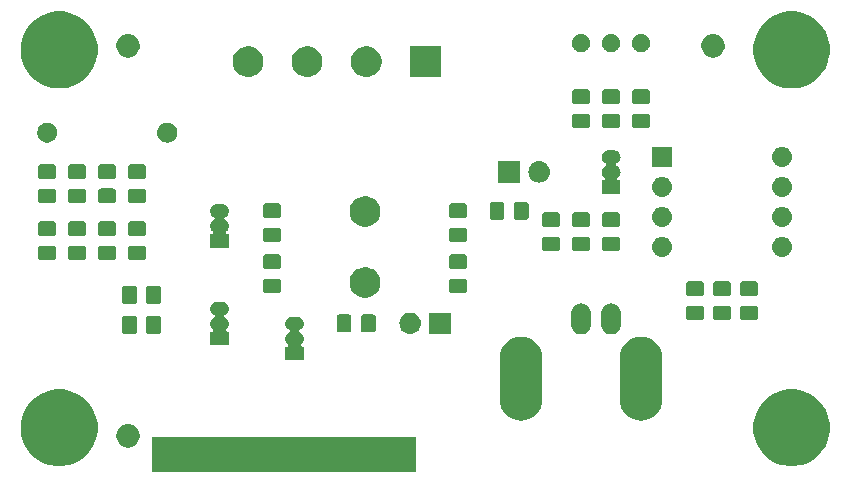
<source format=gbr>
G04 #@! TF.GenerationSoftware,KiCad,Pcbnew,(5.1.2)-1*
G04 #@! TF.CreationDate,2019-08-30T22:43:59-03:00*
G04 #@! TF.ProjectId,colpitts,636f6c70-6974-4747-932e-6b696361645f,v1*
G04 #@! TF.SameCoordinates,Original*
G04 #@! TF.FileFunction,Soldermask,Top*
G04 #@! TF.FilePolarity,Negative*
%FSLAX46Y46*%
G04 Gerber Fmt 4.6, Leading zero omitted, Abs format (unit mm)*
G04 Created by KiCad (PCBNEW (5.1.2)-1) date 2019-08-30 22:43:59*
%MOMM*%
%LPD*%
G04 APERTURE LIST*
%ADD10C,0.100000*%
G04 APERTURE END LIST*
D10*
G36*
X124206000Y-109728000D02*
G01*
X101854000Y-109728000D01*
X101854000Y-106807000D01*
X124206000Y-106807000D01*
X124206000Y-109728000D01*
X124206000Y-109728000D01*
G37*
G36*
X156634239Y-102811467D02*
G01*
X156948282Y-102873934D01*
X157539926Y-103119001D01*
X158072392Y-103474784D01*
X158525216Y-103927608D01*
X158880999Y-104460074D01*
X159126066Y-105051718D01*
X159126066Y-105051719D01*
X159251000Y-105679803D01*
X159251000Y-106320197D01*
X159199022Y-106581507D01*
X159126066Y-106948282D01*
X158880999Y-107539926D01*
X158525216Y-108072392D01*
X158072392Y-108525216D01*
X157539926Y-108880999D01*
X156948282Y-109126066D01*
X156634239Y-109188533D01*
X156320197Y-109251000D01*
X155679803Y-109251000D01*
X155365761Y-109188533D01*
X155051718Y-109126066D01*
X154460074Y-108880999D01*
X153927608Y-108525216D01*
X153474784Y-108072392D01*
X153119001Y-107539926D01*
X152873934Y-106948282D01*
X152800978Y-106581507D01*
X152749000Y-106320197D01*
X152749000Y-105679803D01*
X152873934Y-105051719D01*
X152873934Y-105051718D01*
X153119001Y-104460074D01*
X153474784Y-103927608D01*
X153927608Y-103474784D01*
X154460074Y-103119001D01*
X155051718Y-102873934D01*
X155365761Y-102811467D01*
X155679803Y-102749000D01*
X156320197Y-102749000D01*
X156634239Y-102811467D01*
X156634239Y-102811467D01*
G37*
G36*
X94634239Y-102811467D02*
G01*
X94948282Y-102873934D01*
X95539926Y-103119001D01*
X96072392Y-103474784D01*
X96525216Y-103927608D01*
X96880999Y-104460074D01*
X97126066Y-105051718D01*
X97126066Y-105051719D01*
X97251000Y-105679803D01*
X97251000Y-106320197D01*
X97199022Y-106581507D01*
X97126066Y-106948282D01*
X96880999Y-107539926D01*
X96525216Y-108072392D01*
X96072392Y-108525216D01*
X95539926Y-108880999D01*
X94948282Y-109126066D01*
X94634239Y-109188533D01*
X94320197Y-109251000D01*
X93679803Y-109251000D01*
X93365761Y-109188533D01*
X93051718Y-109126066D01*
X92460074Y-108880999D01*
X91927608Y-108525216D01*
X91474784Y-108072392D01*
X91119001Y-107539926D01*
X90873934Y-106948282D01*
X90800978Y-106581507D01*
X90749000Y-106320197D01*
X90749000Y-105679803D01*
X90873934Y-105051719D01*
X90873934Y-105051718D01*
X91119001Y-104460074D01*
X91474784Y-103927608D01*
X91927608Y-103474784D01*
X92460074Y-103119001D01*
X93051718Y-102873934D01*
X93365761Y-102811467D01*
X93679803Y-102749000D01*
X94320197Y-102749000D01*
X94634239Y-102811467D01*
X94634239Y-102811467D01*
G37*
G36*
X100049290Y-105705619D02*
G01*
X100113689Y-105718429D01*
X100295678Y-105793811D01*
X100459463Y-105903249D01*
X100598751Y-106042537D01*
X100708189Y-106206322D01*
X100783571Y-106388311D01*
X100792593Y-106433668D01*
X100822000Y-106581507D01*
X100822000Y-106778493D01*
X100816220Y-106807551D01*
X100783571Y-106971689D01*
X100708189Y-107153678D01*
X100598751Y-107317463D01*
X100459463Y-107456751D01*
X100295678Y-107566189D01*
X100113689Y-107641571D01*
X100058061Y-107652636D01*
X99920493Y-107680000D01*
X99723507Y-107680000D01*
X99585939Y-107652636D01*
X99530311Y-107641571D01*
X99348322Y-107566189D01*
X99184537Y-107456751D01*
X99045249Y-107317463D01*
X98935811Y-107153678D01*
X98860429Y-106971689D01*
X98827780Y-106807551D01*
X98822000Y-106778493D01*
X98822000Y-106581507D01*
X98851407Y-106433668D01*
X98860429Y-106388311D01*
X98935811Y-106206322D01*
X99045249Y-106042537D01*
X99184537Y-105903249D01*
X99348322Y-105793811D01*
X99530311Y-105718429D01*
X99594710Y-105705619D01*
X99723507Y-105680000D01*
X99920493Y-105680000D01*
X100049290Y-105705619D01*
X100049290Y-105705619D01*
G37*
G36*
X133449058Y-98329059D02*
G01*
X133788548Y-98432042D01*
X133788550Y-98432043D01*
X134101422Y-98599277D01*
X134375661Y-98824339D01*
X134600723Y-99098578D01*
X134767957Y-99411450D01*
X134767958Y-99411452D01*
X134870941Y-99750942D01*
X134897000Y-100015525D01*
X134897000Y-103692475D01*
X134870941Y-103957058D01*
X134779492Y-104258524D01*
X134767957Y-104296550D01*
X134600723Y-104609422D01*
X134375661Y-104883661D01*
X134101423Y-105108723D01*
X133788549Y-105275957D01*
X133788547Y-105275958D01*
X133449057Y-105378941D01*
X133096000Y-105413714D01*
X132742942Y-105378941D01*
X132403452Y-105275958D01*
X132403450Y-105275957D01*
X132090578Y-105108723D01*
X131816339Y-104883661D01*
X131591277Y-104609423D01*
X131424043Y-104296549D01*
X131361179Y-104089315D01*
X131321059Y-103957057D01*
X131295000Y-103692474D01*
X131295001Y-100015525D01*
X131321060Y-99750942D01*
X131424043Y-99411452D01*
X131424044Y-99411450D01*
X131591278Y-99098578D01*
X131816340Y-98824339D01*
X132090579Y-98599277D01*
X132403451Y-98432043D01*
X132403453Y-98432042D01*
X132742943Y-98329059D01*
X133096000Y-98294286D01*
X133449058Y-98329059D01*
X133449058Y-98329059D01*
G37*
G36*
X143609058Y-98329059D02*
G01*
X143948548Y-98432042D01*
X143948550Y-98432043D01*
X144261422Y-98599277D01*
X144535661Y-98824339D01*
X144760723Y-99098578D01*
X144927957Y-99411450D01*
X144927958Y-99411452D01*
X145030941Y-99750942D01*
X145057000Y-100015525D01*
X145057000Y-103692475D01*
X145030941Y-103957058D01*
X144939492Y-104258524D01*
X144927957Y-104296550D01*
X144760723Y-104609422D01*
X144535661Y-104883661D01*
X144261423Y-105108723D01*
X143948549Y-105275957D01*
X143948547Y-105275958D01*
X143609057Y-105378941D01*
X143256000Y-105413714D01*
X142902942Y-105378941D01*
X142563452Y-105275958D01*
X142563450Y-105275957D01*
X142250578Y-105108723D01*
X141976339Y-104883661D01*
X141751277Y-104609423D01*
X141584043Y-104296549D01*
X141521179Y-104089315D01*
X141481059Y-103957057D01*
X141455000Y-103692474D01*
X141455001Y-100015525D01*
X141481060Y-99750942D01*
X141584043Y-99411452D01*
X141584044Y-99411450D01*
X141751278Y-99098578D01*
X141976340Y-98824339D01*
X142250579Y-98599277D01*
X142563451Y-98432043D01*
X142563453Y-98432042D01*
X142902943Y-98329059D01*
X143256000Y-98294286D01*
X143609058Y-98329059D01*
X143609058Y-98329059D01*
G37*
G36*
X114256916Y-96587334D02*
G01*
X114365492Y-96620271D01*
X114365495Y-96620272D01*
X114401601Y-96639571D01*
X114465557Y-96673756D01*
X114553264Y-96745736D01*
X114625244Y-96833443D01*
X114652855Y-96885101D01*
X114678728Y-96933505D01*
X114678729Y-96933508D01*
X114711666Y-97042084D01*
X114722787Y-97155000D01*
X114711666Y-97267916D01*
X114678729Y-97376492D01*
X114678728Y-97376495D01*
X114671070Y-97390822D01*
X114625244Y-97476557D01*
X114553264Y-97564264D01*
X114465557Y-97636244D01*
X114411613Y-97665077D01*
X114384141Y-97679761D01*
X114363766Y-97693375D01*
X114346439Y-97710702D01*
X114332826Y-97731076D01*
X114323448Y-97753715D01*
X114318668Y-97777748D01*
X114318668Y-97802252D01*
X114323448Y-97826285D01*
X114332826Y-97848924D01*
X114346440Y-97869299D01*
X114363767Y-97886626D01*
X114384141Y-97900239D01*
X114465557Y-97943756D01*
X114553264Y-98015736D01*
X114625244Y-98103443D01*
X114659429Y-98167399D01*
X114678728Y-98203505D01*
X114678729Y-98203508D01*
X114711666Y-98312084D01*
X114722787Y-98425000D01*
X114711666Y-98537916D01*
X114678729Y-98646492D01*
X114678728Y-98646495D01*
X114659429Y-98682601D01*
X114625244Y-98746557D01*
X114553264Y-98834264D01*
X114476354Y-98897383D01*
X114459035Y-98914702D01*
X114445421Y-98935077D01*
X114436043Y-98957716D01*
X114431263Y-98981749D01*
X114431263Y-99006253D01*
X114436043Y-99030286D01*
X114445421Y-99052925D01*
X114459034Y-99073299D01*
X114476361Y-99090626D01*
X114496736Y-99104240D01*
X114519375Y-99113618D01*
X114543408Y-99118398D01*
X114555660Y-99119000D01*
X114720000Y-99119000D01*
X114720000Y-100271000D01*
X113118000Y-100271000D01*
X113118000Y-99119000D01*
X113282340Y-99119000D01*
X113306726Y-99116598D01*
X113330175Y-99109485D01*
X113351786Y-99097934D01*
X113370728Y-99082389D01*
X113386273Y-99063447D01*
X113397824Y-99041836D01*
X113404937Y-99018387D01*
X113407339Y-98994001D01*
X113404937Y-98969615D01*
X113397824Y-98946166D01*
X113386273Y-98924555D01*
X113370728Y-98905613D01*
X113361655Y-98897391D01*
X113284736Y-98834264D01*
X113212756Y-98746557D01*
X113178571Y-98682601D01*
X113159272Y-98646495D01*
X113159271Y-98646492D01*
X113126334Y-98537916D01*
X113115213Y-98425000D01*
X113126334Y-98312084D01*
X113159271Y-98203508D01*
X113159272Y-98203505D01*
X113178571Y-98167399D01*
X113212756Y-98103443D01*
X113284736Y-98015736D01*
X113372443Y-97943756D01*
X113453859Y-97900239D01*
X113474234Y-97886625D01*
X113491561Y-97869298D01*
X113505174Y-97848924D01*
X113514552Y-97826285D01*
X113519332Y-97802252D01*
X113519332Y-97777748D01*
X113514552Y-97753715D01*
X113505174Y-97731076D01*
X113491560Y-97710701D01*
X113474233Y-97693374D01*
X113453859Y-97679761D01*
X113426387Y-97665077D01*
X113372443Y-97636244D01*
X113284736Y-97564264D01*
X113212756Y-97476557D01*
X113166930Y-97390822D01*
X113159272Y-97376495D01*
X113159271Y-97376492D01*
X113126334Y-97267916D01*
X113115213Y-97155000D01*
X113126334Y-97042084D01*
X113159271Y-96933508D01*
X113159272Y-96933505D01*
X113185145Y-96885101D01*
X113212756Y-96833443D01*
X113284736Y-96745736D01*
X113372443Y-96673756D01*
X113436399Y-96639571D01*
X113472505Y-96620272D01*
X113472508Y-96620271D01*
X113581084Y-96587334D01*
X113665702Y-96579000D01*
X114172298Y-96579000D01*
X114256916Y-96587334D01*
X114256916Y-96587334D01*
G37*
G36*
X107906916Y-95317334D02*
G01*
X108015492Y-95350271D01*
X108015495Y-95350272D01*
X108049348Y-95368367D01*
X108115557Y-95403756D01*
X108203264Y-95475736D01*
X108275244Y-95563443D01*
X108301730Y-95612996D01*
X108328728Y-95663505D01*
X108328729Y-95663508D01*
X108361666Y-95772084D01*
X108372787Y-95885000D01*
X108361666Y-95997916D01*
X108328729Y-96106492D01*
X108328728Y-96106495D01*
X108309429Y-96142601D01*
X108275244Y-96206557D01*
X108203264Y-96294264D01*
X108115557Y-96366244D01*
X108034141Y-96409761D01*
X108013766Y-96423375D01*
X107996439Y-96440702D01*
X107982826Y-96461076D01*
X107973448Y-96483715D01*
X107968668Y-96507748D01*
X107968668Y-96532252D01*
X107973448Y-96556285D01*
X107982826Y-96578924D01*
X107996440Y-96599299D01*
X108013767Y-96616626D01*
X108034141Y-96630239D01*
X108115557Y-96673756D01*
X108203264Y-96745736D01*
X108275244Y-96833443D01*
X108302855Y-96885101D01*
X108328728Y-96933505D01*
X108328729Y-96933508D01*
X108361666Y-97042084D01*
X108372787Y-97155000D01*
X108361666Y-97267916D01*
X108328729Y-97376492D01*
X108328728Y-97376495D01*
X108321070Y-97390822D01*
X108275244Y-97476557D01*
X108203264Y-97564264D01*
X108126354Y-97627383D01*
X108109035Y-97644702D01*
X108095421Y-97665077D01*
X108086043Y-97687716D01*
X108081263Y-97711749D01*
X108081263Y-97736253D01*
X108086043Y-97760286D01*
X108095421Y-97782925D01*
X108109034Y-97803299D01*
X108126361Y-97820626D01*
X108146736Y-97834240D01*
X108169375Y-97843618D01*
X108193408Y-97848398D01*
X108205660Y-97849000D01*
X108370000Y-97849000D01*
X108370000Y-99001000D01*
X106768000Y-99001000D01*
X106768000Y-97849000D01*
X106932340Y-97849000D01*
X106956726Y-97846598D01*
X106980175Y-97839485D01*
X107001786Y-97827934D01*
X107020728Y-97812389D01*
X107036273Y-97793447D01*
X107047824Y-97771836D01*
X107054937Y-97748387D01*
X107057339Y-97724001D01*
X107054937Y-97699615D01*
X107047824Y-97676166D01*
X107036273Y-97654555D01*
X107020728Y-97635613D01*
X107011655Y-97627391D01*
X106934736Y-97564264D01*
X106862756Y-97476557D01*
X106816930Y-97390822D01*
X106809272Y-97376495D01*
X106809271Y-97376492D01*
X106776334Y-97267916D01*
X106765213Y-97155000D01*
X106776334Y-97042084D01*
X106809271Y-96933508D01*
X106809272Y-96933505D01*
X106835145Y-96885101D01*
X106862756Y-96833443D01*
X106934736Y-96745736D01*
X107022443Y-96673756D01*
X107103859Y-96630239D01*
X107124234Y-96616625D01*
X107141561Y-96599298D01*
X107155174Y-96578924D01*
X107164552Y-96556285D01*
X107169332Y-96532252D01*
X107169332Y-96507748D01*
X107164552Y-96483715D01*
X107155174Y-96461076D01*
X107141560Y-96440701D01*
X107124233Y-96423374D01*
X107103859Y-96409761D01*
X107022443Y-96366244D01*
X106934736Y-96294264D01*
X106862756Y-96206557D01*
X106828571Y-96142601D01*
X106809272Y-96106495D01*
X106809271Y-96106492D01*
X106776334Y-95997916D01*
X106765213Y-95885000D01*
X106776334Y-95772084D01*
X106809271Y-95663508D01*
X106809272Y-95663505D01*
X106836270Y-95612996D01*
X106862756Y-95563443D01*
X106934736Y-95475736D01*
X107022443Y-95403756D01*
X107088652Y-95368367D01*
X107122505Y-95350272D01*
X107122508Y-95350271D01*
X107231084Y-95317334D01*
X107315702Y-95309000D01*
X107822298Y-95309000D01*
X107906916Y-95317334D01*
X107906916Y-95317334D01*
G37*
G36*
X138342823Y-95485313D02*
G01*
X138503242Y-95533976D01*
X138635906Y-95604886D01*
X138651078Y-95612996D01*
X138780659Y-95719341D01*
X138887004Y-95848922D01*
X138887005Y-95848924D01*
X138966024Y-95996758D01*
X139014687Y-96157177D01*
X139027000Y-96282197D01*
X139027000Y-97265804D01*
X139014687Y-97390823D01*
X138966024Y-97551242D01*
X138910802Y-97654555D01*
X138887004Y-97699078D01*
X138787252Y-97820626D01*
X138780659Y-97828659D01*
X138651077Y-97935005D01*
X138503241Y-98014024D01*
X138503238Y-98014025D01*
X138493098Y-98017101D01*
X138342822Y-98062687D01*
X138176000Y-98079117D01*
X138009177Y-98062687D01*
X137858901Y-98017101D01*
X137848761Y-98014025D01*
X137848758Y-98014024D01*
X137700924Y-97935005D01*
X137700922Y-97935004D01*
X137571341Y-97828659D01*
X137564748Y-97820626D01*
X137464995Y-97699077D01*
X137385976Y-97551241D01*
X137337313Y-97390822D01*
X137325000Y-97265803D01*
X137325000Y-96282197D01*
X137337314Y-96157177D01*
X137385977Y-95996758D01*
X137464996Y-95848924D01*
X137464997Y-95848922D01*
X137571342Y-95719341D01*
X137700923Y-95612996D01*
X137716095Y-95604886D01*
X137848759Y-95533976D01*
X138009178Y-95485313D01*
X138176000Y-95468883D01*
X138342823Y-95485313D01*
X138342823Y-95485313D01*
G37*
G36*
X140882823Y-95485313D02*
G01*
X141043242Y-95533976D01*
X141175906Y-95604886D01*
X141191078Y-95612996D01*
X141320659Y-95719341D01*
X141427004Y-95848922D01*
X141427005Y-95848924D01*
X141506024Y-95996758D01*
X141554687Y-96157177D01*
X141567000Y-96282197D01*
X141567000Y-97265804D01*
X141554687Y-97390823D01*
X141506024Y-97551242D01*
X141450802Y-97654555D01*
X141427004Y-97699078D01*
X141327252Y-97820626D01*
X141320659Y-97828659D01*
X141191077Y-97935005D01*
X141043241Y-98014024D01*
X141043238Y-98014025D01*
X141033098Y-98017101D01*
X140882822Y-98062687D01*
X140716000Y-98079117D01*
X140549177Y-98062687D01*
X140398901Y-98017101D01*
X140388761Y-98014025D01*
X140388758Y-98014024D01*
X140240924Y-97935005D01*
X140240922Y-97935004D01*
X140111341Y-97828659D01*
X140104748Y-97820626D01*
X140004995Y-97699077D01*
X139925976Y-97551241D01*
X139877313Y-97390822D01*
X139865000Y-97265803D01*
X139865000Y-96282197D01*
X139877314Y-96157177D01*
X139925977Y-95996758D01*
X140004996Y-95848924D01*
X140004997Y-95848922D01*
X140111342Y-95719341D01*
X140240923Y-95612996D01*
X140256095Y-95604886D01*
X140388759Y-95533976D01*
X140549178Y-95485313D01*
X140716000Y-95468883D01*
X140882823Y-95485313D01*
X140882823Y-95485313D01*
G37*
G36*
X127139000Y-98056000D02*
G01*
X125337000Y-98056000D01*
X125337000Y-96254000D01*
X127139000Y-96254000D01*
X127139000Y-98056000D01*
X127139000Y-98056000D01*
G37*
G36*
X123808442Y-96260518D02*
G01*
X123874627Y-96267037D01*
X124044466Y-96318557D01*
X124200991Y-96402222D01*
X124226766Y-96423375D01*
X124338186Y-96514814D01*
X124407519Y-96599298D01*
X124450778Y-96652009D01*
X124475904Y-96699017D01*
X124531578Y-96803173D01*
X124534443Y-96808534D01*
X124585963Y-96978373D01*
X124603359Y-97155000D01*
X124585963Y-97331627D01*
X124534443Y-97501466D01*
X124450778Y-97657991D01*
X124427032Y-97686925D01*
X124338186Y-97795186D01*
X124246202Y-97870674D01*
X124200991Y-97907778D01*
X124044466Y-97991443D01*
X123874627Y-98042963D01*
X123808443Y-98049481D01*
X123742260Y-98056000D01*
X123653740Y-98056000D01*
X123587557Y-98049481D01*
X123521373Y-98042963D01*
X123351534Y-97991443D01*
X123195009Y-97907778D01*
X123149798Y-97870674D01*
X123057814Y-97795186D01*
X122968968Y-97686925D01*
X122945222Y-97657991D01*
X122861557Y-97501466D01*
X122810037Y-97331627D01*
X122792641Y-97155000D01*
X122810037Y-96978373D01*
X122861557Y-96808534D01*
X122864423Y-96803173D01*
X122920096Y-96699017D01*
X122945222Y-96652009D01*
X122988481Y-96599298D01*
X123057814Y-96514814D01*
X123169234Y-96423375D01*
X123195009Y-96402222D01*
X123351534Y-96318557D01*
X123521373Y-96267037D01*
X123587558Y-96260518D01*
X123653740Y-96254000D01*
X123742260Y-96254000D01*
X123808442Y-96260518D01*
X123808442Y-96260518D01*
G37*
G36*
X102453674Y-96535465D02*
G01*
X102491367Y-96546899D01*
X102526103Y-96565466D01*
X102556548Y-96590452D01*
X102581534Y-96620897D01*
X102600101Y-96655633D01*
X102611535Y-96693326D01*
X102616000Y-96738661D01*
X102616000Y-97825339D01*
X102611535Y-97870674D01*
X102600101Y-97908367D01*
X102581534Y-97943103D01*
X102556548Y-97973548D01*
X102526103Y-97998534D01*
X102491367Y-98017101D01*
X102453674Y-98028535D01*
X102408339Y-98033000D01*
X101571661Y-98033000D01*
X101526326Y-98028535D01*
X101488633Y-98017101D01*
X101453897Y-97998534D01*
X101423452Y-97973548D01*
X101398466Y-97943103D01*
X101379899Y-97908367D01*
X101368465Y-97870674D01*
X101364000Y-97825339D01*
X101364000Y-96738661D01*
X101368465Y-96693326D01*
X101379899Y-96655633D01*
X101398466Y-96620897D01*
X101423452Y-96590452D01*
X101453897Y-96565466D01*
X101488633Y-96546899D01*
X101526326Y-96535465D01*
X101571661Y-96531000D01*
X102408339Y-96531000D01*
X102453674Y-96535465D01*
X102453674Y-96535465D01*
G37*
G36*
X100403674Y-96535465D02*
G01*
X100441367Y-96546899D01*
X100476103Y-96565466D01*
X100506548Y-96590452D01*
X100531534Y-96620897D01*
X100550101Y-96655633D01*
X100561535Y-96693326D01*
X100566000Y-96738661D01*
X100566000Y-97825339D01*
X100561535Y-97870674D01*
X100550101Y-97908367D01*
X100531534Y-97943103D01*
X100506548Y-97973548D01*
X100476103Y-97998534D01*
X100441367Y-98017101D01*
X100403674Y-98028535D01*
X100358339Y-98033000D01*
X99521661Y-98033000D01*
X99476326Y-98028535D01*
X99438633Y-98017101D01*
X99403897Y-97998534D01*
X99373452Y-97973548D01*
X99348466Y-97943103D01*
X99329899Y-97908367D01*
X99318465Y-97870674D01*
X99314000Y-97825339D01*
X99314000Y-96738661D01*
X99318465Y-96693326D01*
X99329899Y-96655633D01*
X99348466Y-96620897D01*
X99373452Y-96590452D01*
X99403897Y-96565466D01*
X99438633Y-96546899D01*
X99476326Y-96535465D01*
X99521661Y-96531000D01*
X100358339Y-96531000D01*
X100403674Y-96535465D01*
X100403674Y-96535465D01*
G37*
G36*
X118573674Y-96408465D02*
G01*
X118611367Y-96419899D01*
X118646103Y-96438466D01*
X118676548Y-96463452D01*
X118701534Y-96493897D01*
X118720101Y-96528633D01*
X118731535Y-96566326D01*
X118736000Y-96611661D01*
X118736000Y-97698339D01*
X118731535Y-97743674D01*
X118720101Y-97781367D01*
X118701534Y-97816103D01*
X118676548Y-97846548D01*
X118646103Y-97871534D01*
X118611367Y-97890101D01*
X118573674Y-97901535D01*
X118528339Y-97906000D01*
X117691661Y-97906000D01*
X117646326Y-97901535D01*
X117608633Y-97890101D01*
X117573897Y-97871534D01*
X117543452Y-97846548D01*
X117518466Y-97816103D01*
X117499899Y-97781367D01*
X117488465Y-97743674D01*
X117484000Y-97698339D01*
X117484000Y-96611661D01*
X117488465Y-96566326D01*
X117499899Y-96528633D01*
X117518466Y-96493897D01*
X117543452Y-96463452D01*
X117573897Y-96438466D01*
X117608633Y-96419899D01*
X117646326Y-96408465D01*
X117691661Y-96404000D01*
X118528339Y-96404000D01*
X118573674Y-96408465D01*
X118573674Y-96408465D01*
G37*
G36*
X120623674Y-96408465D02*
G01*
X120661367Y-96419899D01*
X120696103Y-96438466D01*
X120726548Y-96463452D01*
X120751534Y-96493897D01*
X120770101Y-96528633D01*
X120781535Y-96566326D01*
X120786000Y-96611661D01*
X120786000Y-97698339D01*
X120781535Y-97743674D01*
X120770101Y-97781367D01*
X120751534Y-97816103D01*
X120726548Y-97846548D01*
X120696103Y-97871534D01*
X120661367Y-97890101D01*
X120623674Y-97901535D01*
X120578339Y-97906000D01*
X119741661Y-97906000D01*
X119696326Y-97901535D01*
X119658633Y-97890101D01*
X119623897Y-97871534D01*
X119593452Y-97846548D01*
X119568466Y-97816103D01*
X119549899Y-97781367D01*
X119538465Y-97743674D01*
X119534000Y-97698339D01*
X119534000Y-96611661D01*
X119538465Y-96566326D01*
X119549899Y-96528633D01*
X119568466Y-96493897D01*
X119593452Y-96463452D01*
X119623897Y-96438466D01*
X119658633Y-96419899D01*
X119696326Y-96408465D01*
X119741661Y-96404000D01*
X120578339Y-96404000D01*
X120623674Y-96408465D01*
X120623674Y-96408465D01*
G37*
G36*
X152988674Y-95653465D02*
G01*
X153026367Y-95664899D01*
X153061103Y-95683466D01*
X153091548Y-95708452D01*
X153116534Y-95738897D01*
X153135101Y-95773633D01*
X153146535Y-95811326D01*
X153151000Y-95856661D01*
X153151000Y-96693339D01*
X153146535Y-96738674D01*
X153135101Y-96776367D01*
X153116534Y-96811103D01*
X153091548Y-96841548D01*
X153061103Y-96866534D01*
X153026367Y-96885101D01*
X152988674Y-96896535D01*
X152943339Y-96901000D01*
X151856661Y-96901000D01*
X151811326Y-96896535D01*
X151773633Y-96885101D01*
X151738897Y-96866534D01*
X151708452Y-96841548D01*
X151683466Y-96811103D01*
X151664899Y-96776367D01*
X151653465Y-96738674D01*
X151649000Y-96693339D01*
X151649000Y-95856661D01*
X151653465Y-95811326D01*
X151664899Y-95773633D01*
X151683466Y-95738897D01*
X151708452Y-95708452D01*
X151738897Y-95683466D01*
X151773633Y-95664899D01*
X151811326Y-95653465D01*
X151856661Y-95649000D01*
X152943339Y-95649000D01*
X152988674Y-95653465D01*
X152988674Y-95653465D01*
G37*
G36*
X148416674Y-95653465D02*
G01*
X148454367Y-95664899D01*
X148489103Y-95683466D01*
X148519548Y-95708452D01*
X148544534Y-95738897D01*
X148563101Y-95773633D01*
X148574535Y-95811326D01*
X148579000Y-95856661D01*
X148579000Y-96693339D01*
X148574535Y-96738674D01*
X148563101Y-96776367D01*
X148544534Y-96811103D01*
X148519548Y-96841548D01*
X148489103Y-96866534D01*
X148454367Y-96885101D01*
X148416674Y-96896535D01*
X148371339Y-96901000D01*
X147284661Y-96901000D01*
X147239326Y-96896535D01*
X147201633Y-96885101D01*
X147166897Y-96866534D01*
X147136452Y-96841548D01*
X147111466Y-96811103D01*
X147092899Y-96776367D01*
X147081465Y-96738674D01*
X147077000Y-96693339D01*
X147077000Y-95856661D01*
X147081465Y-95811326D01*
X147092899Y-95773633D01*
X147111466Y-95738897D01*
X147136452Y-95708452D01*
X147166897Y-95683466D01*
X147201633Y-95664899D01*
X147239326Y-95653465D01*
X147284661Y-95649000D01*
X148371339Y-95649000D01*
X148416674Y-95653465D01*
X148416674Y-95653465D01*
G37*
G36*
X150702674Y-95653465D02*
G01*
X150740367Y-95664899D01*
X150775103Y-95683466D01*
X150805548Y-95708452D01*
X150830534Y-95738897D01*
X150849101Y-95773633D01*
X150860535Y-95811326D01*
X150865000Y-95856661D01*
X150865000Y-96693339D01*
X150860535Y-96738674D01*
X150849101Y-96776367D01*
X150830534Y-96811103D01*
X150805548Y-96841548D01*
X150775103Y-96866534D01*
X150740367Y-96885101D01*
X150702674Y-96896535D01*
X150657339Y-96901000D01*
X149570661Y-96901000D01*
X149525326Y-96896535D01*
X149487633Y-96885101D01*
X149452897Y-96866534D01*
X149422452Y-96841548D01*
X149397466Y-96811103D01*
X149378899Y-96776367D01*
X149367465Y-96738674D01*
X149363000Y-96693339D01*
X149363000Y-95856661D01*
X149367465Y-95811326D01*
X149378899Y-95773633D01*
X149397466Y-95738897D01*
X149422452Y-95708452D01*
X149452897Y-95683466D01*
X149487633Y-95664899D01*
X149525326Y-95653465D01*
X149570661Y-95649000D01*
X150657339Y-95649000D01*
X150702674Y-95653465D01*
X150702674Y-95653465D01*
G37*
G36*
X100403674Y-93995465D02*
G01*
X100441367Y-94006899D01*
X100476103Y-94025466D01*
X100506548Y-94050452D01*
X100531534Y-94080897D01*
X100550101Y-94115633D01*
X100561535Y-94153326D01*
X100566000Y-94198661D01*
X100566000Y-95285339D01*
X100561535Y-95330674D01*
X100550101Y-95368367D01*
X100531534Y-95403103D01*
X100506548Y-95433548D01*
X100476103Y-95458534D01*
X100441367Y-95477101D01*
X100403674Y-95488535D01*
X100358339Y-95493000D01*
X99521661Y-95493000D01*
X99476326Y-95488535D01*
X99438633Y-95477101D01*
X99403897Y-95458534D01*
X99373452Y-95433548D01*
X99348466Y-95403103D01*
X99329899Y-95368367D01*
X99318465Y-95330674D01*
X99314000Y-95285339D01*
X99314000Y-94198661D01*
X99318465Y-94153326D01*
X99329899Y-94115633D01*
X99348466Y-94080897D01*
X99373452Y-94050452D01*
X99403897Y-94025466D01*
X99438633Y-94006899D01*
X99476326Y-93995465D01*
X99521661Y-93991000D01*
X100358339Y-93991000D01*
X100403674Y-93995465D01*
X100403674Y-93995465D01*
G37*
G36*
X102453674Y-93995465D02*
G01*
X102491367Y-94006899D01*
X102526103Y-94025466D01*
X102556548Y-94050452D01*
X102581534Y-94080897D01*
X102600101Y-94115633D01*
X102611535Y-94153326D01*
X102616000Y-94198661D01*
X102616000Y-95285339D01*
X102611535Y-95330674D01*
X102600101Y-95368367D01*
X102581534Y-95403103D01*
X102556548Y-95433548D01*
X102526103Y-95458534D01*
X102491367Y-95477101D01*
X102453674Y-95488535D01*
X102408339Y-95493000D01*
X101571661Y-95493000D01*
X101526326Y-95488535D01*
X101488633Y-95477101D01*
X101453897Y-95458534D01*
X101423452Y-95433548D01*
X101398466Y-95403103D01*
X101379899Y-95368367D01*
X101368465Y-95330674D01*
X101364000Y-95285339D01*
X101364000Y-94198661D01*
X101368465Y-94153326D01*
X101379899Y-94115633D01*
X101398466Y-94080897D01*
X101423452Y-94050452D01*
X101453897Y-94025466D01*
X101488633Y-94006899D01*
X101526326Y-93995465D01*
X101571661Y-93991000D01*
X102408339Y-93991000D01*
X102453674Y-93995465D01*
X102453674Y-93995465D01*
G37*
G36*
X120267487Y-92426996D02*
G01*
X120504253Y-92525068D01*
X120504255Y-92525069D01*
X120564016Y-92565000D01*
X120717339Y-92667447D01*
X120898553Y-92848661D01*
X121040932Y-93061747D01*
X121139004Y-93298513D01*
X121189000Y-93549861D01*
X121189000Y-93806139D01*
X121139004Y-94057487D01*
X121053806Y-94263173D01*
X121040931Y-94294255D01*
X120898553Y-94507339D01*
X120717339Y-94688553D01*
X120504255Y-94830931D01*
X120504254Y-94830932D01*
X120504253Y-94830932D01*
X120267487Y-94929004D01*
X120016139Y-94979000D01*
X119759861Y-94979000D01*
X119508513Y-94929004D01*
X119271747Y-94830932D01*
X119271746Y-94830932D01*
X119271745Y-94830931D01*
X119058661Y-94688553D01*
X118877447Y-94507339D01*
X118735069Y-94294255D01*
X118722194Y-94263173D01*
X118636996Y-94057487D01*
X118587000Y-93806139D01*
X118587000Y-93549861D01*
X118636996Y-93298513D01*
X118735068Y-93061747D01*
X118877447Y-92848661D01*
X119058661Y-92667447D01*
X119211984Y-92565000D01*
X119271745Y-92525069D01*
X119271747Y-92525068D01*
X119508513Y-92426996D01*
X119759861Y-92377000D01*
X120016139Y-92377000D01*
X120267487Y-92426996D01*
X120267487Y-92426996D01*
G37*
G36*
X152988674Y-93603465D02*
G01*
X153026367Y-93614899D01*
X153061103Y-93633466D01*
X153091548Y-93658452D01*
X153116534Y-93688897D01*
X153135101Y-93723633D01*
X153146535Y-93761326D01*
X153151000Y-93806661D01*
X153151000Y-94643339D01*
X153146535Y-94688674D01*
X153135101Y-94726367D01*
X153116534Y-94761103D01*
X153091548Y-94791548D01*
X153061103Y-94816534D01*
X153026367Y-94835101D01*
X152988674Y-94846535D01*
X152943339Y-94851000D01*
X151856661Y-94851000D01*
X151811326Y-94846535D01*
X151773633Y-94835101D01*
X151738897Y-94816534D01*
X151708452Y-94791548D01*
X151683466Y-94761103D01*
X151664899Y-94726367D01*
X151653465Y-94688674D01*
X151649000Y-94643339D01*
X151649000Y-93806661D01*
X151653465Y-93761326D01*
X151664899Y-93723633D01*
X151683466Y-93688897D01*
X151708452Y-93658452D01*
X151738897Y-93633466D01*
X151773633Y-93614899D01*
X151811326Y-93603465D01*
X151856661Y-93599000D01*
X152943339Y-93599000D01*
X152988674Y-93603465D01*
X152988674Y-93603465D01*
G37*
G36*
X148416674Y-93603465D02*
G01*
X148454367Y-93614899D01*
X148489103Y-93633466D01*
X148519548Y-93658452D01*
X148544534Y-93688897D01*
X148563101Y-93723633D01*
X148574535Y-93761326D01*
X148579000Y-93806661D01*
X148579000Y-94643339D01*
X148574535Y-94688674D01*
X148563101Y-94726367D01*
X148544534Y-94761103D01*
X148519548Y-94791548D01*
X148489103Y-94816534D01*
X148454367Y-94835101D01*
X148416674Y-94846535D01*
X148371339Y-94851000D01*
X147284661Y-94851000D01*
X147239326Y-94846535D01*
X147201633Y-94835101D01*
X147166897Y-94816534D01*
X147136452Y-94791548D01*
X147111466Y-94761103D01*
X147092899Y-94726367D01*
X147081465Y-94688674D01*
X147077000Y-94643339D01*
X147077000Y-93806661D01*
X147081465Y-93761326D01*
X147092899Y-93723633D01*
X147111466Y-93688897D01*
X147136452Y-93658452D01*
X147166897Y-93633466D01*
X147201633Y-93614899D01*
X147239326Y-93603465D01*
X147284661Y-93599000D01*
X148371339Y-93599000D01*
X148416674Y-93603465D01*
X148416674Y-93603465D01*
G37*
G36*
X150702674Y-93603465D02*
G01*
X150740367Y-93614899D01*
X150775103Y-93633466D01*
X150805548Y-93658452D01*
X150830534Y-93688897D01*
X150849101Y-93723633D01*
X150860535Y-93761326D01*
X150865000Y-93806661D01*
X150865000Y-94643339D01*
X150860535Y-94688674D01*
X150849101Y-94726367D01*
X150830534Y-94761103D01*
X150805548Y-94791548D01*
X150775103Y-94816534D01*
X150740367Y-94835101D01*
X150702674Y-94846535D01*
X150657339Y-94851000D01*
X149570661Y-94851000D01*
X149525326Y-94846535D01*
X149487633Y-94835101D01*
X149452897Y-94816534D01*
X149422452Y-94791548D01*
X149397466Y-94761103D01*
X149378899Y-94726367D01*
X149367465Y-94688674D01*
X149363000Y-94643339D01*
X149363000Y-93806661D01*
X149367465Y-93761326D01*
X149378899Y-93723633D01*
X149397466Y-93688897D01*
X149422452Y-93658452D01*
X149452897Y-93633466D01*
X149487633Y-93614899D01*
X149525326Y-93603465D01*
X149570661Y-93599000D01*
X150657339Y-93599000D01*
X150702674Y-93603465D01*
X150702674Y-93603465D01*
G37*
G36*
X128350674Y-93367465D02*
G01*
X128388367Y-93378899D01*
X128423103Y-93397466D01*
X128453548Y-93422452D01*
X128478534Y-93452897D01*
X128497101Y-93487633D01*
X128508535Y-93525326D01*
X128513000Y-93570661D01*
X128513000Y-94407339D01*
X128508535Y-94452674D01*
X128497101Y-94490367D01*
X128478534Y-94525103D01*
X128453548Y-94555548D01*
X128423103Y-94580534D01*
X128388367Y-94599101D01*
X128350674Y-94610535D01*
X128305339Y-94615000D01*
X127218661Y-94615000D01*
X127173326Y-94610535D01*
X127135633Y-94599101D01*
X127100897Y-94580534D01*
X127070452Y-94555548D01*
X127045466Y-94525103D01*
X127026899Y-94490367D01*
X127015465Y-94452674D01*
X127011000Y-94407339D01*
X127011000Y-93570661D01*
X127015465Y-93525326D01*
X127026899Y-93487633D01*
X127045466Y-93452897D01*
X127070452Y-93422452D01*
X127100897Y-93397466D01*
X127135633Y-93378899D01*
X127173326Y-93367465D01*
X127218661Y-93363000D01*
X128305339Y-93363000D01*
X128350674Y-93367465D01*
X128350674Y-93367465D01*
G37*
G36*
X112602674Y-93367465D02*
G01*
X112640367Y-93378899D01*
X112675103Y-93397466D01*
X112705548Y-93422452D01*
X112730534Y-93452897D01*
X112749101Y-93487633D01*
X112760535Y-93525326D01*
X112765000Y-93570661D01*
X112765000Y-94407339D01*
X112760535Y-94452674D01*
X112749101Y-94490367D01*
X112730534Y-94525103D01*
X112705548Y-94555548D01*
X112675103Y-94580534D01*
X112640367Y-94599101D01*
X112602674Y-94610535D01*
X112557339Y-94615000D01*
X111470661Y-94615000D01*
X111425326Y-94610535D01*
X111387633Y-94599101D01*
X111352897Y-94580534D01*
X111322452Y-94555548D01*
X111297466Y-94525103D01*
X111278899Y-94490367D01*
X111267465Y-94452674D01*
X111263000Y-94407339D01*
X111263000Y-93570661D01*
X111267465Y-93525326D01*
X111278899Y-93487633D01*
X111297466Y-93452897D01*
X111322452Y-93422452D01*
X111352897Y-93397466D01*
X111387633Y-93378899D01*
X111425326Y-93367465D01*
X111470661Y-93363000D01*
X112557339Y-93363000D01*
X112602674Y-93367465D01*
X112602674Y-93367465D01*
G37*
G36*
X112602674Y-91317465D02*
G01*
X112640367Y-91328899D01*
X112675103Y-91347466D01*
X112705548Y-91372452D01*
X112730534Y-91402897D01*
X112749101Y-91437633D01*
X112760535Y-91475326D01*
X112765000Y-91520661D01*
X112765000Y-92357339D01*
X112760535Y-92402674D01*
X112749101Y-92440367D01*
X112730534Y-92475103D01*
X112705548Y-92505548D01*
X112675103Y-92530534D01*
X112640367Y-92549101D01*
X112602674Y-92560535D01*
X112557339Y-92565000D01*
X111470661Y-92565000D01*
X111425326Y-92560535D01*
X111387633Y-92549101D01*
X111352897Y-92530534D01*
X111322452Y-92505548D01*
X111297466Y-92475103D01*
X111278899Y-92440367D01*
X111267465Y-92402674D01*
X111263000Y-92357339D01*
X111263000Y-91520661D01*
X111267465Y-91475326D01*
X111278899Y-91437633D01*
X111297466Y-91402897D01*
X111322452Y-91372452D01*
X111352897Y-91347466D01*
X111387633Y-91328899D01*
X111425326Y-91317465D01*
X111470661Y-91313000D01*
X112557339Y-91313000D01*
X112602674Y-91317465D01*
X112602674Y-91317465D01*
G37*
G36*
X128350674Y-91317465D02*
G01*
X128388367Y-91328899D01*
X128423103Y-91347466D01*
X128453548Y-91372452D01*
X128478534Y-91402897D01*
X128497101Y-91437633D01*
X128508535Y-91475326D01*
X128513000Y-91520661D01*
X128513000Y-92357339D01*
X128508535Y-92402674D01*
X128497101Y-92440367D01*
X128478534Y-92475103D01*
X128453548Y-92505548D01*
X128423103Y-92530534D01*
X128388367Y-92549101D01*
X128350674Y-92560535D01*
X128305339Y-92565000D01*
X127218661Y-92565000D01*
X127173326Y-92560535D01*
X127135633Y-92549101D01*
X127100897Y-92530534D01*
X127070452Y-92505548D01*
X127045466Y-92475103D01*
X127026899Y-92440367D01*
X127015465Y-92402674D01*
X127011000Y-92357339D01*
X127011000Y-91520661D01*
X127015465Y-91475326D01*
X127026899Y-91437633D01*
X127045466Y-91402897D01*
X127070452Y-91372452D01*
X127100897Y-91347466D01*
X127135633Y-91328899D01*
X127173326Y-91317465D01*
X127218661Y-91313000D01*
X128305339Y-91313000D01*
X128350674Y-91317465D01*
X128350674Y-91317465D01*
G37*
G36*
X96092674Y-90573465D02*
G01*
X96130367Y-90584899D01*
X96165103Y-90603466D01*
X96195548Y-90628452D01*
X96220534Y-90658897D01*
X96239101Y-90693633D01*
X96250535Y-90731326D01*
X96255000Y-90776661D01*
X96255000Y-91613339D01*
X96250535Y-91658674D01*
X96239101Y-91696367D01*
X96220534Y-91731103D01*
X96195548Y-91761548D01*
X96165103Y-91786534D01*
X96130367Y-91805101D01*
X96092674Y-91816535D01*
X96047339Y-91821000D01*
X94960661Y-91821000D01*
X94915326Y-91816535D01*
X94877633Y-91805101D01*
X94842897Y-91786534D01*
X94812452Y-91761548D01*
X94787466Y-91731103D01*
X94768899Y-91696367D01*
X94757465Y-91658674D01*
X94753000Y-91613339D01*
X94753000Y-90776661D01*
X94757465Y-90731326D01*
X94768899Y-90693633D01*
X94787466Y-90658897D01*
X94812452Y-90628452D01*
X94842897Y-90603466D01*
X94877633Y-90584899D01*
X94915326Y-90573465D01*
X94960661Y-90569000D01*
X96047339Y-90569000D01*
X96092674Y-90573465D01*
X96092674Y-90573465D01*
G37*
G36*
X101172674Y-90573465D02*
G01*
X101210367Y-90584899D01*
X101245103Y-90603466D01*
X101275548Y-90628452D01*
X101300534Y-90658897D01*
X101319101Y-90693633D01*
X101330535Y-90731326D01*
X101335000Y-90776661D01*
X101335000Y-91613339D01*
X101330535Y-91658674D01*
X101319101Y-91696367D01*
X101300534Y-91731103D01*
X101275548Y-91761548D01*
X101245103Y-91786534D01*
X101210367Y-91805101D01*
X101172674Y-91816535D01*
X101127339Y-91821000D01*
X100040661Y-91821000D01*
X99995326Y-91816535D01*
X99957633Y-91805101D01*
X99922897Y-91786534D01*
X99892452Y-91761548D01*
X99867466Y-91731103D01*
X99848899Y-91696367D01*
X99837465Y-91658674D01*
X99833000Y-91613339D01*
X99833000Y-90776661D01*
X99837465Y-90731326D01*
X99848899Y-90693633D01*
X99867466Y-90658897D01*
X99892452Y-90628452D01*
X99922897Y-90603466D01*
X99957633Y-90584899D01*
X99995326Y-90573465D01*
X100040661Y-90569000D01*
X101127339Y-90569000D01*
X101172674Y-90573465D01*
X101172674Y-90573465D01*
G37*
G36*
X98632674Y-90573465D02*
G01*
X98670367Y-90584899D01*
X98705103Y-90603466D01*
X98735548Y-90628452D01*
X98760534Y-90658897D01*
X98779101Y-90693633D01*
X98790535Y-90731326D01*
X98795000Y-90776661D01*
X98795000Y-91613339D01*
X98790535Y-91658674D01*
X98779101Y-91696367D01*
X98760534Y-91731103D01*
X98735548Y-91761548D01*
X98705103Y-91786534D01*
X98670367Y-91805101D01*
X98632674Y-91816535D01*
X98587339Y-91821000D01*
X97500661Y-91821000D01*
X97455326Y-91816535D01*
X97417633Y-91805101D01*
X97382897Y-91786534D01*
X97352452Y-91761548D01*
X97327466Y-91731103D01*
X97308899Y-91696367D01*
X97297465Y-91658674D01*
X97293000Y-91613339D01*
X97293000Y-90776661D01*
X97297465Y-90731326D01*
X97308899Y-90693633D01*
X97327466Y-90658897D01*
X97352452Y-90628452D01*
X97382897Y-90603466D01*
X97417633Y-90584899D01*
X97455326Y-90573465D01*
X97500661Y-90569000D01*
X98587339Y-90569000D01*
X98632674Y-90573465D01*
X98632674Y-90573465D01*
G37*
G36*
X93552674Y-90573465D02*
G01*
X93590367Y-90584899D01*
X93625103Y-90603466D01*
X93655548Y-90628452D01*
X93680534Y-90658897D01*
X93699101Y-90693633D01*
X93710535Y-90731326D01*
X93715000Y-90776661D01*
X93715000Y-91613339D01*
X93710535Y-91658674D01*
X93699101Y-91696367D01*
X93680534Y-91731103D01*
X93655548Y-91761548D01*
X93625103Y-91786534D01*
X93590367Y-91805101D01*
X93552674Y-91816535D01*
X93507339Y-91821000D01*
X92420661Y-91821000D01*
X92375326Y-91816535D01*
X92337633Y-91805101D01*
X92302897Y-91786534D01*
X92272452Y-91761548D01*
X92247466Y-91731103D01*
X92228899Y-91696367D01*
X92217465Y-91658674D01*
X92213000Y-91613339D01*
X92213000Y-90776661D01*
X92217465Y-90731326D01*
X92228899Y-90693633D01*
X92247466Y-90658897D01*
X92272452Y-90628452D01*
X92302897Y-90603466D01*
X92337633Y-90584899D01*
X92375326Y-90573465D01*
X92420661Y-90569000D01*
X93507339Y-90569000D01*
X93552674Y-90573465D01*
X93552674Y-90573465D01*
G37*
G36*
X155360823Y-89839313D02*
G01*
X155521242Y-89887976D01*
X155596050Y-89927962D01*
X155669078Y-89966996D01*
X155798659Y-90073341D01*
X155905004Y-90202922D01*
X155905005Y-90202924D01*
X155984024Y-90350758D01*
X156032687Y-90511177D01*
X156049117Y-90678000D01*
X156032687Y-90844823D01*
X155984024Y-91005242D01*
X155913114Y-91137906D01*
X155905004Y-91153078D01*
X155798659Y-91282659D01*
X155669078Y-91389004D01*
X155653906Y-91397114D01*
X155521242Y-91468024D01*
X155360823Y-91516687D01*
X155235804Y-91529000D01*
X155152196Y-91529000D01*
X155027177Y-91516687D01*
X154866758Y-91468024D01*
X154734094Y-91397114D01*
X154718922Y-91389004D01*
X154589341Y-91282659D01*
X154482996Y-91153078D01*
X154474886Y-91137906D01*
X154403976Y-91005242D01*
X154355313Y-90844823D01*
X154338883Y-90678000D01*
X154355313Y-90511177D01*
X154403976Y-90350758D01*
X154482995Y-90202924D01*
X154482996Y-90202922D01*
X154589341Y-90073341D01*
X154718922Y-89966996D01*
X154791950Y-89927962D01*
X154866758Y-89887976D01*
X155027177Y-89839313D01*
X155152196Y-89827000D01*
X155235804Y-89827000D01*
X155360823Y-89839313D01*
X155360823Y-89839313D01*
G37*
G36*
X145200823Y-89839313D02*
G01*
X145361242Y-89887976D01*
X145436050Y-89927962D01*
X145509078Y-89966996D01*
X145638659Y-90073341D01*
X145745004Y-90202922D01*
X145745005Y-90202924D01*
X145824024Y-90350758D01*
X145872687Y-90511177D01*
X145889117Y-90678000D01*
X145872687Y-90844823D01*
X145824024Y-91005242D01*
X145753114Y-91137906D01*
X145745004Y-91153078D01*
X145638659Y-91282659D01*
X145509078Y-91389004D01*
X145493906Y-91397114D01*
X145361242Y-91468024D01*
X145200823Y-91516687D01*
X145075804Y-91529000D01*
X144992196Y-91529000D01*
X144867177Y-91516687D01*
X144706758Y-91468024D01*
X144574094Y-91397114D01*
X144558922Y-91389004D01*
X144429341Y-91282659D01*
X144322996Y-91153078D01*
X144314886Y-91137906D01*
X144243976Y-91005242D01*
X144195313Y-90844823D01*
X144178883Y-90678000D01*
X144195313Y-90511177D01*
X144243976Y-90350758D01*
X144322995Y-90202924D01*
X144322996Y-90202922D01*
X144429341Y-90073341D01*
X144558922Y-89966996D01*
X144631950Y-89927962D01*
X144706758Y-89887976D01*
X144867177Y-89839313D01*
X144992196Y-89827000D01*
X145075804Y-89827000D01*
X145200823Y-89839313D01*
X145200823Y-89839313D01*
G37*
G36*
X136224674Y-89811465D02*
G01*
X136262367Y-89822899D01*
X136297103Y-89841466D01*
X136327548Y-89866452D01*
X136352534Y-89896897D01*
X136371101Y-89931633D01*
X136382535Y-89969326D01*
X136387000Y-90014661D01*
X136387000Y-90851339D01*
X136382535Y-90896674D01*
X136371101Y-90934367D01*
X136352534Y-90969103D01*
X136327548Y-90999548D01*
X136297103Y-91024534D01*
X136262367Y-91043101D01*
X136224674Y-91054535D01*
X136179339Y-91059000D01*
X135092661Y-91059000D01*
X135047326Y-91054535D01*
X135009633Y-91043101D01*
X134974897Y-91024534D01*
X134944452Y-90999548D01*
X134919466Y-90969103D01*
X134900899Y-90934367D01*
X134889465Y-90896674D01*
X134885000Y-90851339D01*
X134885000Y-90014661D01*
X134889465Y-89969326D01*
X134900899Y-89931633D01*
X134919466Y-89896897D01*
X134944452Y-89866452D01*
X134974897Y-89841466D01*
X135009633Y-89822899D01*
X135047326Y-89811465D01*
X135092661Y-89807000D01*
X136179339Y-89807000D01*
X136224674Y-89811465D01*
X136224674Y-89811465D01*
G37*
G36*
X141304674Y-89811465D02*
G01*
X141342367Y-89822899D01*
X141377103Y-89841466D01*
X141407548Y-89866452D01*
X141432534Y-89896897D01*
X141451101Y-89931633D01*
X141462535Y-89969326D01*
X141467000Y-90014661D01*
X141467000Y-90851339D01*
X141462535Y-90896674D01*
X141451101Y-90934367D01*
X141432534Y-90969103D01*
X141407548Y-90999548D01*
X141377103Y-91024534D01*
X141342367Y-91043101D01*
X141304674Y-91054535D01*
X141259339Y-91059000D01*
X140172661Y-91059000D01*
X140127326Y-91054535D01*
X140089633Y-91043101D01*
X140054897Y-91024534D01*
X140024452Y-90999548D01*
X139999466Y-90969103D01*
X139980899Y-90934367D01*
X139969465Y-90896674D01*
X139965000Y-90851339D01*
X139965000Y-90014661D01*
X139969465Y-89969326D01*
X139980899Y-89931633D01*
X139999466Y-89896897D01*
X140024452Y-89866452D01*
X140054897Y-89841466D01*
X140089633Y-89822899D01*
X140127326Y-89811465D01*
X140172661Y-89807000D01*
X141259339Y-89807000D01*
X141304674Y-89811465D01*
X141304674Y-89811465D01*
G37*
G36*
X138764674Y-89811465D02*
G01*
X138802367Y-89822899D01*
X138837103Y-89841466D01*
X138867548Y-89866452D01*
X138892534Y-89896897D01*
X138911101Y-89931633D01*
X138922535Y-89969326D01*
X138927000Y-90014661D01*
X138927000Y-90851339D01*
X138922535Y-90896674D01*
X138911101Y-90934367D01*
X138892534Y-90969103D01*
X138867548Y-90999548D01*
X138837103Y-91024534D01*
X138802367Y-91043101D01*
X138764674Y-91054535D01*
X138719339Y-91059000D01*
X137632661Y-91059000D01*
X137587326Y-91054535D01*
X137549633Y-91043101D01*
X137514897Y-91024534D01*
X137484452Y-90999548D01*
X137459466Y-90969103D01*
X137440899Y-90934367D01*
X137429465Y-90896674D01*
X137425000Y-90851339D01*
X137425000Y-90014661D01*
X137429465Y-89969326D01*
X137440899Y-89931633D01*
X137459466Y-89896897D01*
X137484452Y-89866452D01*
X137514897Y-89841466D01*
X137549633Y-89822899D01*
X137587326Y-89811465D01*
X137632661Y-89807000D01*
X138719339Y-89807000D01*
X138764674Y-89811465D01*
X138764674Y-89811465D01*
G37*
G36*
X107906916Y-87062334D02*
G01*
X108015492Y-87095271D01*
X108015495Y-87095272D01*
X108051601Y-87114571D01*
X108115557Y-87148756D01*
X108203264Y-87220736D01*
X108275244Y-87308443D01*
X108296374Y-87347975D01*
X108328728Y-87408505D01*
X108328729Y-87408508D01*
X108361666Y-87517084D01*
X108372787Y-87630000D01*
X108361666Y-87742916D01*
X108330123Y-87846897D01*
X108328728Y-87851495D01*
X108314581Y-87877962D01*
X108275244Y-87951557D01*
X108203264Y-88039264D01*
X108115557Y-88111244D01*
X108034141Y-88154761D01*
X108013766Y-88168375D01*
X107996439Y-88185702D01*
X107982826Y-88206076D01*
X107973448Y-88228715D01*
X107968668Y-88252748D01*
X107968668Y-88277252D01*
X107973448Y-88301285D01*
X107982826Y-88323924D01*
X107996440Y-88344299D01*
X108013767Y-88361626D01*
X108034141Y-88375239D01*
X108115557Y-88418756D01*
X108203264Y-88490736D01*
X108275244Y-88578443D01*
X108293755Y-88613076D01*
X108328728Y-88678505D01*
X108328729Y-88678508D01*
X108361666Y-88787084D01*
X108372787Y-88900000D01*
X108361666Y-89012916D01*
X108333898Y-89104452D01*
X108328728Y-89121495D01*
X108327005Y-89124718D01*
X108275244Y-89221557D01*
X108203264Y-89309264D01*
X108126354Y-89372383D01*
X108109035Y-89389702D01*
X108095421Y-89410077D01*
X108086043Y-89432716D01*
X108081263Y-89456749D01*
X108081263Y-89481253D01*
X108086043Y-89505286D01*
X108095421Y-89527925D01*
X108109034Y-89548299D01*
X108126361Y-89565626D01*
X108146736Y-89579240D01*
X108169375Y-89588618D01*
X108193408Y-89593398D01*
X108205660Y-89594000D01*
X108370000Y-89594000D01*
X108370000Y-90746000D01*
X106768000Y-90746000D01*
X106768000Y-89594000D01*
X106932340Y-89594000D01*
X106956726Y-89591598D01*
X106980175Y-89584485D01*
X107001786Y-89572934D01*
X107020728Y-89557389D01*
X107036273Y-89538447D01*
X107047824Y-89516836D01*
X107054937Y-89493387D01*
X107057339Y-89469001D01*
X107054937Y-89444615D01*
X107047824Y-89421166D01*
X107036273Y-89399555D01*
X107020728Y-89380613D01*
X107011655Y-89372391D01*
X106934736Y-89309264D01*
X106862756Y-89221557D01*
X106810995Y-89124718D01*
X106809272Y-89121495D01*
X106804102Y-89104452D01*
X106776334Y-89012916D01*
X106765213Y-88900000D01*
X106776334Y-88787084D01*
X106809271Y-88678508D01*
X106809272Y-88678505D01*
X106844245Y-88613076D01*
X106862756Y-88578443D01*
X106934736Y-88490736D01*
X107022443Y-88418756D01*
X107103859Y-88375239D01*
X107124234Y-88361625D01*
X107141561Y-88344298D01*
X107155174Y-88323924D01*
X107164552Y-88301285D01*
X107169332Y-88277252D01*
X107169332Y-88252748D01*
X107164552Y-88228715D01*
X107155174Y-88206076D01*
X107141560Y-88185701D01*
X107124233Y-88168374D01*
X107103859Y-88154761D01*
X107022443Y-88111244D01*
X106934736Y-88039264D01*
X106862756Y-87951557D01*
X106823419Y-87877962D01*
X106809272Y-87851495D01*
X106807877Y-87846897D01*
X106776334Y-87742916D01*
X106765213Y-87630000D01*
X106776334Y-87517084D01*
X106809271Y-87408508D01*
X106809272Y-87408505D01*
X106841626Y-87347975D01*
X106862756Y-87308443D01*
X106934736Y-87220736D01*
X107022443Y-87148756D01*
X107086399Y-87114571D01*
X107122505Y-87095272D01*
X107122508Y-87095271D01*
X107231084Y-87062334D01*
X107315702Y-87054000D01*
X107822298Y-87054000D01*
X107906916Y-87062334D01*
X107906916Y-87062334D01*
G37*
G36*
X112602674Y-89049465D02*
G01*
X112640367Y-89060899D01*
X112675103Y-89079466D01*
X112705548Y-89104452D01*
X112730534Y-89134897D01*
X112749101Y-89169633D01*
X112760535Y-89207326D01*
X112765000Y-89252661D01*
X112765000Y-90089339D01*
X112760535Y-90134674D01*
X112749101Y-90172367D01*
X112730534Y-90207103D01*
X112705548Y-90237548D01*
X112675103Y-90262534D01*
X112640367Y-90281101D01*
X112602674Y-90292535D01*
X112557339Y-90297000D01*
X111470661Y-90297000D01*
X111425326Y-90292535D01*
X111387633Y-90281101D01*
X111352897Y-90262534D01*
X111322452Y-90237548D01*
X111297466Y-90207103D01*
X111278899Y-90172367D01*
X111267465Y-90134674D01*
X111263000Y-90089339D01*
X111263000Y-89252661D01*
X111267465Y-89207326D01*
X111278899Y-89169633D01*
X111297466Y-89134897D01*
X111322452Y-89104452D01*
X111352897Y-89079466D01*
X111387633Y-89060899D01*
X111425326Y-89049465D01*
X111470661Y-89045000D01*
X112557339Y-89045000D01*
X112602674Y-89049465D01*
X112602674Y-89049465D01*
G37*
G36*
X128350674Y-89049465D02*
G01*
X128388367Y-89060899D01*
X128423103Y-89079466D01*
X128453548Y-89104452D01*
X128478534Y-89134897D01*
X128497101Y-89169633D01*
X128508535Y-89207326D01*
X128513000Y-89252661D01*
X128513000Y-90089339D01*
X128508535Y-90134674D01*
X128497101Y-90172367D01*
X128478534Y-90207103D01*
X128453548Y-90237548D01*
X128423103Y-90262534D01*
X128388367Y-90281101D01*
X128350674Y-90292535D01*
X128305339Y-90297000D01*
X127218661Y-90297000D01*
X127173326Y-90292535D01*
X127135633Y-90281101D01*
X127100897Y-90262534D01*
X127070452Y-90237548D01*
X127045466Y-90207103D01*
X127026899Y-90172367D01*
X127015465Y-90134674D01*
X127011000Y-90089339D01*
X127011000Y-89252661D01*
X127015465Y-89207326D01*
X127026899Y-89169633D01*
X127045466Y-89134897D01*
X127070452Y-89104452D01*
X127100897Y-89079466D01*
X127135633Y-89060899D01*
X127173326Y-89049465D01*
X127218661Y-89045000D01*
X128305339Y-89045000D01*
X128350674Y-89049465D01*
X128350674Y-89049465D01*
G37*
G36*
X93552674Y-88523465D02*
G01*
X93590367Y-88534899D01*
X93625103Y-88553466D01*
X93655548Y-88578452D01*
X93680534Y-88608897D01*
X93699101Y-88643633D01*
X93710535Y-88681326D01*
X93715000Y-88726661D01*
X93715000Y-89563339D01*
X93710535Y-89608674D01*
X93699101Y-89646367D01*
X93680534Y-89681103D01*
X93655548Y-89711548D01*
X93625103Y-89736534D01*
X93590367Y-89755101D01*
X93552674Y-89766535D01*
X93507339Y-89771000D01*
X92420661Y-89771000D01*
X92375326Y-89766535D01*
X92337633Y-89755101D01*
X92302897Y-89736534D01*
X92272452Y-89711548D01*
X92247466Y-89681103D01*
X92228899Y-89646367D01*
X92217465Y-89608674D01*
X92213000Y-89563339D01*
X92213000Y-88726661D01*
X92217465Y-88681326D01*
X92228899Y-88643633D01*
X92247466Y-88608897D01*
X92272452Y-88578452D01*
X92302897Y-88553466D01*
X92337633Y-88534899D01*
X92375326Y-88523465D01*
X92420661Y-88519000D01*
X93507339Y-88519000D01*
X93552674Y-88523465D01*
X93552674Y-88523465D01*
G37*
G36*
X98632674Y-88523465D02*
G01*
X98670367Y-88534899D01*
X98705103Y-88553466D01*
X98735548Y-88578452D01*
X98760534Y-88608897D01*
X98779101Y-88643633D01*
X98790535Y-88681326D01*
X98795000Y-88726661D01*
X98795000Y-89563339D01*
X98790535Y-89608674D01*
X98779101Y-89646367D01*
X98760534Y-89681103D01*
X98735548Y-89711548D01*
X98705103Y-89736534D01*
X98670367Y-89755101D01*
X98632674Y-89766535D01*
X98587339Y-89771000D01*
X97500661Y-89771000D01*
X97455326Y-89766535D01*
X97417633Y-89755101D01*
X97382897Y-89736534D01*
X97352452Y-89711548D01*
X97327466Y-89681103D01*
X97308899Y-89646367D01*
X97297465Y-89608674D01*
X97293000Y-89563339D01*
X97293000Y-88726661D01*
X97297465Y-88681326D01*
X97308899Y-88643633D01*
X97327466Y-88608897D01*
X97352452Y-88578452D01*
X97382897Y-88553466D01*
X97417633Y-88534899D01*
X97455326Y-88523465D01*
X97500661Y-88519000D01*
X98587339Y-88519000D01*
X98632674Y-88523465D01*
X98632674Y-88523465D01*
G37*
G36*
X96092674Y-88523465D02*
G01*
X96130367Y-88534899D01*
X96165103Y-88553466D01*
X96195548Y-88578452D01*
X96220534Y-88608897D01*
X96239101Y-88643633D01*
X96250535Y-88681326D01*
X96255000Y-88726661D01*
X96255000Y-89563339D01*
X96250535Y-89608674D01*
X96239101Y-89646367D01*
X96220534Y-89681103D01*
X96195548Y-89711548D01*
X96165103Y-89736534D01*
X96130367Y-89755101D01*
X96092674Y-89766535D01*
X96047339Y-89771000D01*
X94960661Y-89771000D01*
X94915326Y-89766535D01*
X94877633Y-89755101D01*
X94842897Y-89736534D01*
X94812452Y-89711548D01*
X94787466Y-89681103D01*
X94768899Y-89646367D01*
X94757465Y-89608674D01*
X94753000Y-89563339D01*
X94753000Y-88726661D01*
X94757465Y-88681326D01*
X94768899Y-88643633D01*
X94787466Y-88608897D01*
X94812452Y-88578452D01*
X94842897Y-88553466D01*
X94877633Y-88534899D01*
X94915326Y-88523465D01*
X94960661Y-88519000D01*
X96047339Y-88519000D01*
X96092674Y-88523465D01*
X96092674Y-88523465D01*
G37*
G36*
X101172674Y-88523465D02*
G01*
X101210367Y-88534899D01*
X101245103Y-88553466D01*
X101275548Y-88578452D01*
X101300534Y-88608897D01*
X101319101Y-88643633D01*
X101330535Y-88681326D01*
X101335000Y-88726661D01*
X101335000Y-89563339D01*
X101330535Y-89608674D01*
X101319101Y-89646367D01*
X101300534Y-89681103D01*
X101275548Y-89711548D01*
X101245103Y-89736534D01*
X101210367Y-89755101D01*
X101172674Y-89766535D01*
X101127339Y-89771000D01*
X100040661Y-89771000D01*
X99995326Y-89766535D01*
X99957633Y-89755101D01*
X99922897Y-89736534D01*
X99892452Y-89711548D01*
X99867466Y-89681103D01*
X99848899Y-89646367D01*
X99837465Y-89608674D01*
X99833000Y-89563339D01*
X99833000Y-88726661D01*
X99837465Y-88681326D01*
X99848899Y-88643633D01*
X99867466Y-88608897D01*
X99892452Y-88578452D01*
X99922897Y-88553466D01*
X99957633Y-88534899D01*
X99995326Y-88523465D01*
X100040661Y-88519000D01*
X101127339Y-88519000D01*
X101172674Y-88523465D01*
X101172674Y-88523465D01*
G37*
G36*
X136224674Y-87761465D02*
G01*
X136262367Y-87772899D01*
X136297103Y-87791466D01*
X136327548Y-87816452D01*
X136352534Y-87846897D01*
X136371101Y-87881633D01*
X136382535Y-87919326D01*
X136387000Y-87964661D01*
X136387000Y-88801339D01*
X136382535Y-88846674D01*
X136371101Y-88884367D01*
X136352534Y-88919103D01*
X136327548Y-88949548D01*
X136297103Y-88974534D01*
X136262367Y-88993101D01*
X136224674Y-89004535D01*
X136179339Y-89009000D01*
X135092661Y-89009000D01*
X135047326Y-89004535D01*
X135009633Y-88993101D01*
X134974897Y-88974534D01*
X134944452Y-88949548D01*
X134919466Y-88919103D01*
X134900899Y-88884367D01*
X134889465Y-88846674D01*
X134885000Y-88801339D01*
X134885000Y-87964661D01*
X134889465Y-87919326D01*
X134900899Y-87881633D01*
X134919466Y-87846897D01*
X134944452Y-87816452D01*
X134974897Y-87791466D01*
X135009633Y-87772899D01*
X135047326Y-87761465D01*
X135092661Y-87757000D01*
X136179339Y-87757000D01*
X136224674Y-87761465D01*
X136224674Y-87761465D01*
G37*
G36*
X141304674Y-87761465D02*
G01*
X141342367Y-87772899D01*
X141377103Y-87791466D01*
X141407548Y-87816452D01*
X141432534Y-87846897D01*
X141451101Y-87881633D01*
X141462535Y-87919326D01*
X141467000Y-87964661D01*
X141467000Y-88801339D01*
X141462535Y-88846674D01*
X141451101Y-88884367D01*
X141432534Y-88919103D01*
X141407548Y-88949548D01*
X141377103Y-88974534D01*
X141342367Y-88993101D01*
X141304674Y-89004535D01*
X141259339Y-89009000D01*
X140172661Y-89009000D01*
X140127326Y-89004535D01*
X140089633Y-88993101D01*
X140054897Y-88974534D01*
X140024452Y-88949548D01*
X139999466Y-88919103D01*
X139980899Y-88884367D01*
X139969465Y-88846674D01*
X139965000Y-88801339D01*
X139965000Y-87964661D01*
X139969465Y-87919326D01*
X139980899Y-87881633D01*
X139999466Y-87846897D01*
X140024452Y-87816452D01*
X140054897Y-87791466D01*
X140089633Y-87772899D01*
X140127326Y-87761465D01*
X140172661Y-87757000D01*
X141259339Y-87757000D01*
X141304674Y-87761465D01*
X141304674Y-87761465D01*
G37*
G36*
X138764674Y-87761465D02*
G01*
X138802367Y-87772899D01*
X138837103Y-87791466D01*
X138867548Y-87816452D01*
X138892534Y-87846897D01*
X138911101Y-87881633D01*
X138922535Y-87919326D01*
X138927000Y-87964661D01*
X138927000Y-88801339D01*
X138922535Y-88846674D01*
X138911101Y-88884367D01*
X138892534Y-88919103D01*
X138867548Y-88949548D01*
X138837103Y-88974534D01*
X138802367Y-88993101D01*
X138764674Y-89004535D01*
X138719339Y-89009000D01*
X137632661Y-89009000D01*
X137587326Y-89004535D01*
X137549633Y-88993101D01*
X137514897Y-88974534D01*
X137484452Y-88949548D01*
X137459466Y-88919103D01*
X137440899Y-88884367D01*
X137429465Y-88846674D01*
X137425000Y-88801339D01*
X137425000Y-87964661D01*
X137429465Y-87919326D01*
X137440899Y-87881633D01*
X137459466Y-87846897D01*
X137484452Y-87816452D01*
X137514897Y-87791466D01*
X137549633Y-87772899D01*
X137587326Y-87761465D01*
X137632661Y-87757000D01*
X138719339Y-87757000D01*
X138764674Y-87761465D01*
X138764674Y-87761465D01*
G37*
G36*
X145200823Y-87299313D02*
G01*
X145361242Y-87347976D01*
X145474484Y-87408505D01*
X145509078Y-87426996D01*
X145638659Y-87533341D01*
X145745004Y-87662922D01*
X145745005Y-87662924D01*
X145824024Y-87810758D01*
X145872687Y-87971177D01*
X145889117Y-88138000D01*
X145872687Y-88304823D01*
X145824024Y-88465242D01*
X145776867Y-88553466D01*
X145745004Y-88613078D01*
X145638659Y-88742659D01*
X145509078Y-88849004D01*
X145509076Y-88849005D01*
X145361242Y-88928024D01*
X145361239Y-88928025D01*
X145357095Y-88929282D01*
X145200823Y-88976687D01*
X145075804Y-88989000D01*
X144992196Y-88989000D01*
X144867177Y-88976687D01*
X144710905Y-88929282D01*
X144706761Y-88928025D01*
X144706758Y-88928024D01*
X144558924Y-88849005D01*
X144558922Y-88849004D01*
X144429341Y-88742659D01*
X144322996Y-88613078D01*
X144291133Y-88553466D01*
X144243976Y-88465242D01*
X144195313Y-88304823D01*
X144178883Y-88138000D01*
X144195313Y-87971177D01*
X144243976Y-87810758D01*
X144322995Y-87662924D01*
X144322996Y-87662922D01*
X144429341Y-87533341D01*
X144558922Y-87426996D01*
X144593516Y-87408505D01*
X144706758Y-87347976D01*
X144867177Y-87299313D01*
X144992196Y-87287000D01*
X145075804Y-87287000D01*
X145200823Y-87299313D01*
X145200823Y-87299313D01*
G37*
G36*
X155360823Y-87299313D02*
G01*
X155521242Y-87347976D01*
X155634484Y-87408505D01*
X155669078Y-87426996D01*
X155798659Y-87533341D01*
X155905004Y-87662922D01*
X155905005Y-87662924D01*
X155984024Y-87810758D01*
X156032687Y-87971177D01*
X156049117Y-88138000D01*
X156032687Y-88304823D01*
X155984024Y-88465242D01*
X155936867Y-88553466D01*
X155905004Y-88613078D01*
X155798659Y-88742659D01*
X155669078Y-88849004D01*
X155669076Y-88849005D01*
X155521242Y-88928024D01*
X155521239Y-88928025D01*
X155517095Y-88929282D01*
X155360823Y-88976687D01*
X155235804Y-88989000D01*
X155152196Y-88989000D01*
X155027177Y-88976687D01*
X154870905Y-88929282D01*
X154866761Y-88928025D01*
X154866758Y-88928024D01*
X154718924Y-88849005D01*
X154718922Y-88849004D01*
X154589341Y-88742659D01*
X154482996Y-88613078D01*
X154451133Y-88553466D01*
X154403976Y-88465242D01*
X154355313Y-88304823D01*
X154338883Y-88138000D01*
X154355313Y-87971177D01*
X154403976Y-87810758D01*
X154482995Y-87662924D01*
X154482996Y-87662922D01*
X154589341Y-87533341D01*
X154718922Y-87426996D01*
X154753516Y-87408505D01*
X154866758Y-87347976D01*
X155027177Y-87299313D01*
X155152196Y-87287000D01*
X155235804Y-87287000D01*
X155360823Y-87299313D01*
X155360823Y-87299313D01*
G37*
G36*
X120267487Y-86426996D02*
G01*
X120504253Y-86525068D01*
X120504255Y-86525069D01*
X120717339Y-86667447D01*
X120898553Y-86848661D01*
X120979697Y-86970101D01*
X121040932Y-87061747D01*
X121139004Y-87298513D01*
X121189000Y-87549861D01*
X121189000Y-87806139D01*
X121139004Y-88057487D01*
X121068079Y-88228715D01*
X121040931Y-88294255D01*
X120898553Y-88507339D01*
X120717339Y-88688553D01*
X120504255Y-88830931D01*
X120504254Y-88830932D01*
X120504253Y-88830932D01*
X120267487Y-88929004D01*
X120016139Y-88979000D01*
X119759861Y-88979000D01*
X119508513Y-88929004D01*
X119271747Y-88830932D01*
X119271746Y-88830932D01*
X119271745Y-88830931D01*
X119058661Y-88688553D01*
X118877447Y-88507339D01*
X118735069Y-88294255D01*
X118707921Y-88228715D01*
X118636996Y-88057487D01*
X118587000Y-87806139D01*
X118587000Y-87549861D01*
X118636996Y-87298513D01*
X118735068Y-87061747D01*
X118796304Y-86970101D01*
X118877447Y-86848661D01*
X119058661Y-86667447D01*
X119271745Y-86525069D01*
X119271747Y-86525068D01*
X119508513Y-86426996D01*
X119759861Y-86377000D01*
X120016139Y-86377000D01*
X120267487Y-86426996D01*
X120267487Y-86426996D01*
G37*
G36*
X131518674Y-86883465D02*
G01*
X131556367Y-86894899D01*
X131591103Y-86913466D01*
X131621548Y-86938452D01*
X131646534Y-86968897D01*
X131665101Y-87003633D01*
X131676535Y-87041326D01*
X131681000Y-87086661D01*
X131681000Y-88173339D01*
X131676535Y-88218674D01*
X131665101Y-88256367D01*
X131646534Y-88291103D01*
X131621548Y-88321548D01*
X131591103Y-88346534D01*
X131556367Y-88365101D01*
X131518674Y-88376535D01*
X131473339Y-88381000D01*
X130636661Y-88381000D01*
X130591326Y-88376535D01*
X130553633Y-88365101D01*
X130518897Y-88346534D01*
X130488452Y-88321548D01*
X130463466Y-88291103D01*
X130444899Y-88256367D01*
X130433465Y-88218674D01*
X130429000Y-88173339D01*
X130429000Y-87086661D01*
X130433465Y-87041326D01*
X130444899Y-87003633D01*
X130463466Y-86968897D01*
X130488452Y-86938452D01*
X130518897Y-86913466D01*
X130553633Y-86894899D01*
X130591326Y-86883465D01*
X130636661Y-86879000D01*
X131473339Y-86879000D01*
X131518674Y-86883465D01*
X131518674Y-86883465D01*
G37*
G36*
X133568674Y-86883465D02*
G01*
X133606367Y-86894899D01*
X133641103Y-86913466D01*
X133671548Y-86938452D01*
X133696534Y-86968897D01*
X133715101Y-87003633D01*
X133726535Y-87041326D01*
X133731000Y-87086661D01*
X133731000Y-88173339D01*
X133726535Y-88218674D01*
X133715101Y-88256367D01*
X133696534Y-88291103D01*
X133671548Y-88321548D01*
X133641103Y-88346534D01*
X133606367Y-88365101D01*
X133568674Y-88376535D01*
X133523339Y-88381000D01*
X132686661Y-88381000D01*
X132641326Y-88376535D01*
X132603633Y-88365101D01*
X132568897Y-88346534D01*
X132538452Y-88321548D01*
X132513466Y-88291103D01*
X132494899Y-88256367D01*
X132483465Y-88218674D01*
X132479000Y-88173339D01*
X132479000Y-87086661D01*
X132483465Y-87041326D01*
X132494899Y-87003633D01*
X132513466Y-86968897D01*
X132538452Y-86938452D01*
X132568897Y-86913466D01*
X132603633Y-86894899D01*
X132641326Y-86883465D01*
X132686661Y-86879000D01*
X133523339Y-86879000D01*
X133568674Y-86883465D01*
X133568674Y-86883465D01*
G37*
G36*
X128350674Y-86999465D02*
G01*
X128388367Y-87010899D01*
X128423103Y-87029466D01*
X128453548Y-87054452D01*
X128478534Y-87084897D01*
X128497101Y-87119633D01*
X128508535Y-87157326D01*
X128513000Y-87202661D01*
X128513000Y-88039339D01*
X128508535Y-88084674D01*
X128497101Y-88122367D01*
X128478534Y-88157103D01*
X128453548Y-88187548D01*
X128423103Y-88212534D01*
X128388367Y-88231101D01*
X128350674Y-88242535D01*
X128305339Y-88247000D01*
X127218661Y-88247000D01*
X127173326Y-88242535D01*
X127135633Y-88231101D01*
X127100897Y-88212534D01*
X127070452Y-88187548D01*
X127045466Y-88157103D01*
X127026899Y-88122367D01*
X127015465Y-88084674D01*
X127011000Y-88039339D01*
X127011000Y-87202661D01*
X127015465Y-87157326D01*
X127026899Y-87119633D01*
X127045466Y-87084897D01*
X127070452Y-87054452D01*
X127100897Y-87029466D01*
X127135633Y-87010899D01*
X127173326Y-86999465D01*
X127218661Y-86995000D01*
X128305339Y-86995000D01*
X128350674Y-86999465D01*
X128350674Y-86999465D01*
G37*
G36*
X112602674Y-86999465D02*
G01*
X112640367Y-87010899D01*
X112675103Y-87029466D01*
X112705548Y-87054452D01*
X112730534Y-87084897D01*
X112749101Y-87119633D01*
X112760535Y-87157326D01*
X112765000Y-87202661D01*
X112765000Y-88039339D01*
X112760535Y-88084674D01*
X112749101Y-88122367D01*
X112730534Y-88157103D01*
X112705548Y-88187548D01*
X112675103Y-88212534D01*
X112640367Y-88231101D01*
X112602674Y-88242535D01*
X112557339Y-88247000D01*
X111470661Y-88247000D01*
X111425326Y-88242535D01*
X111387633Y-88231101D01*
X111352897Y-88212534D01*
X111322452Y-88187548D01*
X111297466Y-88157103D01*
X111278899Y-88122367D01*
X111267465Y-88084674D01*
X111263000Y-88039339D01*
X111263000Y-87202661D01*
X111267465Y-87157326D01*
X111278899Y-87119633D01*
X111297466Y-87084897D01*
X111322452Y-87054452D01*
X111352897Y-87029466D01*
X111387633Y-87010899D01*
X111425326Y-86999465D01*
X111470661Y-86995000D01*
X112557339Y-86995000D01*
X112602674Y-86999465D01*
X112602674Y-86999465D01*
G37*
G36*
X93552674Y-85747465D02*
G01*
X93590367Y-85758899D01*
X93625103Y-85777466D01*
X93655548Y-85802452D01*
X93680534Y-85832897D01*
X93699101Y-85867633D01*
X93710535Y-85905326D01*
X93715000Y-85950661D01*
X93715000Y-86787339D01*
X93710535Y-86832674D01*
X93699101Y-86870367D01*
X93680534Y-86905103D01*
X93655548Y-86935548D01*
X93625103Y-86960534D01*
X93590367Y-86979101D01*
X93552674Y-86990535D01*
X93507339Y-86995000D01*
X92420661Y-86995000D01*
X92375326Y-86990535D01*
X92337633Y-86979101D01*
X92302897Y-86960534D01*
X92272452Y-86935548D01*
X92247466Y-86905103D01*
X92228899Y-86870367D01*
X92217465Y-86832674D01*
X92213000Y-86787339D01*
X92213000Y-85950661D01*
X92217465Y-85905326D01*
X92228899Y-85867633D01*
X92247466Y-85832897D01*
X92272452Y-85802452D01*
X92302897Y-85777466D01*
X92337633Y-85758899D01*
X92375326Y-85747465D01*
X92420661Y-85743000D01*
X93507339Y-85743000D01*
X93552674Y-85747465D01*
X93552674Y-85747465D01*
G37*
G36*
X96092674Y-85747465D02*
G01*
X96130367Y-85758899D01*
X96165103Y-85777466D01*
X96195548Y-85802452D01*
X96220534Y-85832897D01*
X96239101Y-85867633D01*
X96250535Y-85905326D01*
X96255000Y-85950661D01*
X96255000Y-86787339D01*
X96250535Y-86832674D01*
X96239101Y-86870367D01*
X96220534Y-86905103D01*
X96195548Y-86935548D01*
X96165103Y-86960534D01*
X96130367Y-86979101D01*
X96092674Y-86990535D01*
X96047339Y-86995000D01*
X94960661Y-86995000D01*
X94915326Y-86990535D01*
X94877633Y-86979101D01*
X94842897Y-86960534D01*
X94812452Y-86935548D01*
X94787466Y-86905103D01*
X94768899Y-86870367D01*
X94757465Y-86832674D01*
X94753000Y-86787339D01*
X94753000Y-85950661D01*
X94757465Y-85905326D01*
X94768899Y-85867633D01*
X94787466Y-85832897D01*
X94812452Y-85802452D01*
X94842897Y-85777466D01*
X94877633Y-85758899D01*
X94915326Y-85747465D01*
X94960661Y-85743000D01*
X96047339Y-85743000D01*
X96092674Y-85747465D01*
X96092674Y-85747465D01*
G37*
G36*
X101172674Y-85747465D02*
G01*
X101210367Y-85758899D01*
X101245103Y-85777466D01*
X101275548Y-85802452D01*
X101300534Y-85832897D01*
X101319101Y-85867633D01*
X101330535Y-85905326D01*
X101335000Y-85950661D01*
X101335000Y-86787339D01*
X101330535Y-86832674D01*
X101319101Y-86870367D01*
X101300534Y-86905103D01*
X101275548Y-86935548D01*
X101245103Y-86960534D01*
X101210367Y-86979101D01*
X101172674Y-86990535D01*
X101127339Y-86995000D01*
X100040661Y-86995000D01*
X99995326Y-86990535D01*
X99957633Y-86979101D01*
X99922897Y-86960534D01*
X99892452Y-86935548D01*
X99867466Y-86905103D01*
X99848899Y-86870367D01*
X99837465Y-86832674D01*
X99833000Y-86787339D01*
X99833000Y-85950661D01*
X99837465Y-85905326D01*
X99848899Y-85867633D01*
X99867466Y-85832897D01*
X99892452Y-85802452D01*
X99922897Y-85777466D01*
X99957633Y-85758899D01*
X99995326Y-85747465D01*
X100040661Y-85743000D01*
X101127339Y-85743000D01*
X101172674Y-85747465D01*
X101172674Y-85747465D01*
G37*
G36*
X98632674Y-85738465D02*
G01*
X98670367Y-85749899D01*
X98705103Y-85768466D01*
X98735548Y-85793452D01*
X98760534Y-85823897D01*
X98779101Y-85858633D01*
X98790535Y-85896326D01*
X98795000Y-85941661D01*
X98795000Y-86778339D01*
X98790535Y-86823674D01*
X98779101Y-86861367D01*
X98760534Y-86896103D01*
X98735548Y-86926548D01*
X98705103Y-86951534D01*
X98670367Y-86970101D01*
X98632674Y-86981535D01*
X98587339Y-86986000D01*
X97500661Y-86986000D01*
X97455326Y-86981535D01*
X97417633Y-86970101D01*
X97382897Y-86951534D01*
X97352452Y-86926548D01*
X97327466Y-86896103D01*
X97308899Y-86861367D01*
X97297465Y-86823674D01*
X97293000Y-86778339D01*
X97293000Y-85941661D01*
X97297465Y-85896326D01*
X97308899Y-85858633D01*
X97327466Y-85823897D01*
X97352452Y-85793452D01*
X97382897Y-85768466D01*
X97417633Y-85749899D01*
X97455326Y-85738465D01*
X97500661Y-85734000D01*
X98587339Y-85734000D01*
X98632674Y-85738465D01*
X98632674Y-85738465D01*
G37*
G36*
X155360823Y-84759313D02*
G01*
X155521242Y-84807976D01*
X155628454Y-84865282D01*
X155669078Y-84886996D01*
X155798659Y-84993341D01*
X155905004Y-85122922D01*
X155905005Y-85122924D01*
X155984024Y-85270758D01*
X156032687Y-85431177D01*
X156049117Y-85598000D01*
X156032687Y-85764823D01*
X155984024Y-85925242D01*
X155964336Y-85962075D01*
X155905004Y-86073078D01*
X155798659Y-86202659D01*
X155669078Y-86309004D01*
X155669076Y-86309005D01*
X155521242Y-86388024D01*
X155360823Y-86436687D01*
X155235804Y-86449000D01*
X155152196Y-86449000D01*
X155027177Y-86436687D01*
X154866758Y-86388024D01*
X154718924Y-86309005D01*
X154718922Y-86309004D01*
X154589341Y-86202659D01*
X154482996Y-86073078D01*
X154423664Y-85962075D01*
X154403976Y-85925242D01*
X154355313Y-85764823D01*
X154338883Y-85598000D01*
X154355313Y-85431177D01*
X154403976Y-85270758D01*
X154482995Y-85122924D01*
X154482996Y-85122922D01*
X154589341Y-84993341D01*
X154718922Y-84886996D01*
X154759546Y-84865282D01*
X154866758Y-84807976D01*
X155027177Y-84759313D01*
X155152196Y-84747000D01*
X155235804Y-84747000D01*
X155360823Y-84759313D01*
X155360823Y-84759313D01*
G37*
G36*
X145200823Y-84759313D02*
G01*
X145361242Y-84807976D01*
X145468454Y-84865282D01*
X145509078Y-84886996D01*
X145638659Y-84993341D01*
X145745004Y-85122922D01*
X145745005Y-85122924D01*
X145824024Y-85270758D01*
X145872687Y-85431177D01*
X145889117Y-85598000D01*
X145872687Y-85764823D01*
X145824024Y-85925242D01*
X145804336Y-85962075D01*
X145745004Y-86073078D01*
X145638659Y-86202659D01*
X145509078Y-86309004D01*
X145509076Y-86309005D01*
X145361242Y-86388024D01*
X145200823Y-86436687D01*
X145075804Y-86449000D01*
X144992196Y-86449000D01*
X144867177Y-86436687D01*
X144706758Y-86388024D01*
X144558924Y-86309005D01*
X144558922Y-86309004D01*
X144429341Y-86202659D01*
X144322996Y-86073078D01*
X144263664Y-85962075D01*
X144243976Y-85925242D01*
X144195313Y-85764823D01*
X144178883Y-85598000D01*
X144195313Y-85431177D01*
X144243976Y-85270758D01*
X144322995Y-85122924D01*
X144322996Y-85122922D01*
X144429341Y-84993341D01*
X144558922Y-84886996D01*
X144599546Y-84865282D01*
X144706758Y-84807976D01*
X144867177Y-84759313D01*
X144992196Y-84747000D01*
X145075804Y-84747000D01*
X145200823Y-84759313D01*
X145200823Y-84759313D01*
G37*
G36*
X141053916Y-82490334D02*
G01*
X141162492Y-82523271D01*
X141162495Y-82523272D01*
X141198601Y-82542571D01*
X141262557Y-82576756D01*
X141350264Y-82648736D01*
X141422244Y-82736443D01*
X141456429Y-82800399D01*
X141475728Y-82836505D01*
X141475729Y-82836508D01*
X141508666Y-82945084D01*
X141519787Y-83058000D01*
X141508666Y-83170916D01*
X141492312Y-83224825D01*
X141475728Y-83279495D01*
X141456429Y-83315601D01*
X141422244Y-83379557D01*
X141350264Y-83467264D01*
X141262557Y-83539244D01*
X141181141Y-83582761D01*
X141160766Y-83596375D01*
X141143439Y-83613702D01*
X141129826Y-83634076D01*
X141120448Y-83656715D01*
X141115668Y-83680748D01*
X141115668Y-83705252D01*
X141120448Y-83729285D01*
X141129826Y-83751924D01*
X141143440Y-83772299D01*
X141160767Y-83789626D01*
X141181141Y-83803239D01*
X141262557Y-83846756D01*
X141350264Y-83918736D01*
X141422244Y-84006443D01*
X141456429Y-84070399D01*
X141475728Y-84106505D01*
X141475729Y-84106508D01*
X141508666Y-84215084D01*
X141519787Y-84328000D01*
X141508666Y-84440916D01*
X141475729Y-84549492D01*
X141475728Y-84549495D01*
X141456429Y-84585601D01*
X141422244Y-84649557D01*
X141350264Y-84737264D01*
X141273354Y-84800383D01*
X141256035Y-84817702D01*
X141242421Y-84838077D01*
X141233043Y-84860716D01*
X141228263Y-84884749D01*
X141228263Y-84909253D01*
X141233043Y-84933286D01*
X141242421Y-84955925D01*
X141256034Y-84976299D01*
X141273361Y-84993626D01*
X141293736Y-85007240D01*
X141316375Y-85016618D01*
X141340408Y-85021398D01*
X141352660Y-85022000D01*
X141517000Y-85022000D01*
X141517000Y-86174000D01*
X139915000Y-86174000D01*
X139915000Y-85022000D01*
X140079340Y-85022000D01*
X140103726Y-85019598D01*
X140127175Y-85012485D01*
X140148786Y-85000934D01*
X140167728Y-84985389D01*
X140183273Y-84966447D01*
X140194824Y-84944836D01*
X140201937Y-84921387D01*
X140204339Y-84897001D01*
X140201937Y-84872615D01*
X140194824Y-84849166D01*
X140183273Y-84827555D01*
X140167728Y-84808613D01*
X140158655Y-84800391D01*
X140081736Y-84737264D01*
X140009756Y-84649557D01*
X139975571Y-84585601D01*
X139956272Y-84549495D01*
X139956271Y-84549492D01*
X139923334Y-84440916D01*
X139912213Y-84328000D01*
X139923334Y-84215084D01*
X139956271Y-84106508D01*
X139956272Y-84106505D01*
X139975571Y-84070399D01*
X140009756Y-84006443D01*
X140081736Y-83918736D01*
X140169443Y-83846756D01*
X140250859Y-83803239D01*
X140271234Y-83789625D01*
X140288561Y-83772298D01*
X140302174Y-83751924D01*
X140311552Y-83729285D01*
X140316332Y-83705252D01*
X140316332Y-83680748D01*
X140311552Y-83656715D01*
X140302174Y-83634076D01*
X140288560Y-83613701D01*
X140271233Y-83596374D01*
X140250859Y-83582761D01*
X140169443Y-83539244D01*
X140081736Y-83467264D01*
X140009756Y-83379557D01*
X139975571Y-83315601D01*
X139956272Y-83279495D01*
X139939688Y-83224825D01*
X139923334Y-83170916D01*
X139912213Y-83058000D01*
X139923334Y-82945084D01*
X139956271Y-82836508D01*
X139956272Y-82836505D01*
X139975571Y-82800399D01*
X140009756Y-82736443D01*
X140081736Y-82648736D01*
X140169443Y-82576756D01*
X140233399Y-82542571D01*
X140269505Y-82523272D01*
X140269508Y-82523271D01*
X140378084Y-82490334D01*
X140462702Y-82482000D01*
X140969298Y-82482000D01*
X141053916Y-82490334D01*
X141053916Y-82490334D01*
G37*
G36*
X134730443Y-83433519D02*
G01*
X134796627Y-83440037D01*
X134966466Y-83491557D01*
X135122991Y-83575222D01*
X135148766Y-83596375D01*
X135260186Y-83687814D01*
X135329519Y-83772298D01*
X135372778Y-83825009D01*
X135456443Y-83981534D01*
X135507963Y-84151373D01*
X135525359Y-84328000D01*
X135507963Y-84504627D01*
X135456443Y-84674466D01*
X135372778Y-84830991D01*
X135352022Y-84856282D01*
X135260186Y-84968186D01*
X135194612Y-85022000D01*
X135122991Y-85080778D01*
X134966466Y-85164443D01*
X134796627Y-85215963D01*
X134730443Y-85222481D01*
X134664260Y-85229000D01*
X134575740Y-85229000D01*
X134509557Y-85222481D01*
X134443373Y-85215963D01*
X134273534Y-85164443D01*
X134117009Y-85080778D01*
X134045388Y-85022000D01*
X133979814Y-84968186D01*
X133887978Y-84856282D01*
X133867222Y-84830991D01*
X133783557Y-84674466D01*
X133732037Y-84504627D01*
X133714641Y-84328000D01*
X133732037Y-84151373D01*
X133783557Y-83981534D01*
X133867222Y-83825009D01*
X133910481Y-83772298D01*
X133979814Y-83687814D01*
X134091234Y-83596375D01*
X134117009Y-83575222D01*
X134273534Y-83491557D01*
X134443373Y-83440037D01*
X134509557Y-83433519D01*
X134575740Y-83427000D01*
X134664260Y-83427000D01*
X134730443Y-83433519D01*
X134730443Y-83433519D01*
G37*
G36*
X132981000Y-85229000D02*
G01*
X131179000Y-85229000D01*
X131179000Y-83427000D01*
X132981000Y-83427000D01*
X132981000Y-85229000D01*
X132981000Y-85229000D01*
G37*
G36*
X96092674Y-83697465D02*
G01*
X96130367Y-83708899D01*
X96165103Y-83727466D01*
X96195548Y-83752452D01*
X96220534Y-83782897D01*
X96239101Y-83817633D01*
X96250535Y-83855326D01*
X96255000Y-83900661D01*
X96255000Y-84737339D01*
X96250535Y-84782674D01*
X96239101Y-84820367D01*
X96220534Y-84855103D01*
X96195548Y-84885548D01*
X96165103Y-84910534D01*
X96130367Y-84929101D01*
X96092674Y-84940535D01*
X96047339Y-84945000D01*
X94960661Y-84945000D01*
X94915326Y-84940535D01*
X94877633Y-84929101D01*
X94842897Y-84910534D01*
X94812452Y-84885548D01*
X94787466Y-84855103D01*
X94768899Y-84820367D01*
X94757465Y-84782674D01*
X94753000Y-84737339D01*
X94753000Y-83900661D01*
X94757465Y-83855326D01*
X94768899Y-83817633D01*
X94787466Y-83782897D01*
X94812452Y-83752452D01*
X94842897Y-83727466D01*
X94877633Y-83708899D01*
X94915326Y-83697465D01*
X94960661Y-83693000D01*
X96047339Y-83693000D01*
X96092674Y-83697465D01*
X96092674Y-83697465D01*
G37*
G36*
X93552674Y-83697465D02*
G01*
X93590367Y-83708899D01*
X93625103Y-83727466D01*
X93655548Y-83752452D01*
X93680534Y-83782897D01*
X93699101Y-83817633D01*
X93710535Y-83855326D01*
X93715000Y-83900661D01*
X93715000Y-84737339D01*
X93710535Y-84782674D01*
X93699101Y-84820367D01*
X93680534Y-84855103D01*
X93655548Y-84885548D01*
X93625103Y-84910534D01*
X93590367Y-84929101D01*
X93552674Y-84940535D01*
X93507339Y-84945000D01*
X92420661Y-84945000D01*
X92375326Y-84940535D01*
X92337633Y-84929101D01*
X92302897Y-84910534D01*
X92272452Y-84885548D01*
X92247466Y-84855103D01*
X92228899Y-84820367D01*
X92217465Y-84782674D01*
X92213000Y-84737339D01*
X92213000Y-83900661D01*
X92217465Y-83855326D01*
X92228899Y-83817633D01*
X92247466Y-83782897D01*
X92272452Y-83752452D01*
X92302897Y-83727466D01*
X92337633Y-83708899D01*
X92375326Y-83697465D01*
X92420661Y-83693000D01*
X93507339Y-83693000D01*
X93552674Y-83697465D01*
X93552674Y-83697465D01*
G37*
G36*
X101172674Y-83697465D02*
G01*
X101210367Y-83708899D01*
X101245103Y-83727466D01*
X101275548Y-83752452D01*
X101300534Y-83782897D01*
X101319101Y-83817633D01*
X101330535Y-83855326D01*
X101335000Y-83900661D01*
X101335000Y-84737339D01*
X101330535Y-84782674D01*
X101319101Y-84820367D01*
X101300534Y-84855103D01*
X101275548Y-84885548D01*
X101245103Y-84910534D01*
X101210367Y-84929101D01*
X101172674Y-84940535D01*
X101127339Y-84945000D01*
X100040661Y-84945000D01*
X99995326Y-84940535D01*
X99957633Y-84929101D01*
X99922897Y-84910534D01*
X99892452Y-84885548D01*
X99867466Y-84855103D01*
X99848899Y-84820367D01*
X99837465Y-84782674D01*
X99833000Y-84737339D01*
X99833000Y-83900661D01*
X99837465Y-83855326D01*
X99848899Y-83817633D01*
X99867466Y-83782897D01*
X99892452Y-83752452D01*
X99922897Y-83727466D01*
X99957633Y-83708899D01*
X99995326Y-83697465D01*
X100040661Y-83693000D01*
X101127339Y-83693000D01*
X101172674Y-83697465D01*
X101172674Y-83697465D01*
G37*
G36*
X98632674Y-83688465D02*
G01*
X98670367Y-83699899D01*
X98705103Y-83718466D01*
X98735548Y-83743452D01*
X98760534Y-83773897D01*
X98779101Y-83808633D01*
X98790535Y-83846326D01*
X98795000Y-83891661D01*
X98795000Y-84728339D01*
X98790535Y-84773674D01*
X98779101Y-84811367D01*
X98760534Y-84846103D01*
X98735548Y-84876548D01*
X98705103Y-84901534D01*
X98670367Y-84920101D01*
X98632674Y-84931535D01*
X98587339Y-84936000D01*
X97500661Y-84936000D01*
X97455326Y-84931535D01*
X97417633Y-84920101D01*
X97382897Y-84901534D01*
X97352452Y-84876548D01*
X97327466Y-84846103D01*
X97308899Y-84811367D01*
X97297465Y-84773674D01*
X97293000Y-84728339D01*
X97293000Y-83891661D01*
X97297465Y-83846326D01*
X97308899Y-83808633D01*
X97327466Y-83773897D01*
X97352452Y-83743452D01*
X97382897Y-83718466D01*
X97417633Y-83699899D01*
X97455326Y-83688465D01*
X97500661Y-83684000D01*
X98587339Y-83684000D01*
X98632674Y-83688465D01*
X98632674Y-83688465D01*
G37*
G36*
X145885000Y-83909000D02*
G01*
X144183000Y-83909000D01*
X144183000Y-82207000D01*
X145885000Y-82207000D01*
X145885000Y-83909000D01*
X145885000Y-83909000D01*
G37*
G36*
X155360823Y-82219313D02*
G01*
X155521242Y-82267976D01*
X155653906Y-82338886D01*
X155669078Y-82346996D01*
X155798659Y-82453341D01*
X155905004Y-82582922D01*
X155905005Y-82582924D01*
X155984024Y-82730758D01*
X156032687Y-82891177D01*
X156049117Y-83058000D01*
X156032687Y-83224823D01*
X155984024Y-83385242D01*
X155954735Y-83440037D01*
X155905004Y-83533078D01*
X155798659Y-83662659D01*
X155669078Y-83769004D01*
X155659924Y-83773897D01*
X155521242Y-83848024D01*
X155360823Y-83896687D01*
X155235804Y-83909000D01*
X155152196Y-83909000D01*
X155027177Y-83896687D01*
X154866758Y-83848024D01*
X154728076Y-83773897D01*
X154718922Y-83769004D01*
X154589341Y-83662659D01*
X154482996Y-83533078D01*
X154433265Y-83440037D01*
X154403976Y-83385242D01*
X154355313Y-83224823D01*
X154338883Y-83058000D01*
X154355313Y-82891177D01*
X154403976Y-82730758D01*
X154482995Y-82582924D01*
X154482996Y-82582922D01*
X154589341Y-82453341D01*
X154718922Y-82346996D01*
X154734094Y-82338886D01*
X154866758Y-82267976D01*
X155027177Y-82219313D01*
X155152196Y-82207000D01*
X155235804Y-82207000D01*
X155360823Y-82219313D01*
X155360823Y-82219313D01*
G37*
G36*
X103310823Y-80161313D02*
G01*
X103471242Y-80209976D01*
X103538361Y-80245852D01*
X103619078Y-80288996D01*
X103748659Y-80395341D01*
X103855004Y-80524922D01*
X103855005Y-80524924D01*
X103934024Y-80672758D01*
X103982687Y-80833177D01*
X103999117Y-81000000D01*
X103982687Y-81166823D01*
X103934024Y-81327242D01*
X103893477Y-81403100D01*
X103855004Y-81475078D01*
X103748659Y-81604659D01*
X103619078Y-81711004D01*
X103619076Y-81711005D01*
X103471242Y-81790024D01*
X103310823Y-81838687D01*
X103185804Y-81851000D01*
X103102196Y-81851000D01*
X102977177Y-81838687D01*
X102816758Y-81790024D01*
X102668924Y-81711005D01*
X102668922Y-81711004D01*
X102539341Y-81604659D01*
X102432996Y-81475078D01*
X102394523Y-81403100D01*
X102353976Y-81327242D01*
X102305313Y-81166823D01*
X102288883Y-81000000D01*
X102305313Y-80833177D01*
X102353976Y-80672758D01*
X102432995Y-80524924D01*
X102432996Y-80524922D01*
X102539341Y-80395341D01*
X102668922Y-80288996D01*
X102749639Y-80245852D01*
X102816758Y-80209976D01*
X102977177Y-80161313D01*
X103102196Y-80149000D01*
X103185804Y-80149000D01*
X103310823Y-80161313D01*
X103310823Y-80161313D01*
G37*
G36*
X93232228Y-80181703D02*
G01*
X93387100Y-80245853D01*
X93526481Y-80338985D01*
X93645015Y-80457519D01*
X93738147Y-80596900D01*
X93802297Y-80751772D01*
X93835000Y-80916184D01*
X93835000Y-81083816D01*
X93802297Y-81248228D01*
X93738147Y-81403100D01*
X93645015Y-81542481D01*
X93526481Y-81661015D01*
X93387100Y-81754147D01*
X93232228Y-81818297D01*
X93067816Y-81851000D01*
X92900184Y-81851000D01*
X92735772Y-81818297D01*
X92580900Y-81754147D01*
X92441519Y-81661015D01*
X92322985Y-81542481D01*
X92229853Y-81403100D01*
X92165703Y-81248228D01*
X92133000Y-81083816D01*
X92133000Y-80916184D01*
X92165703Y-80751772D01*
X92229853Y-80596900D01*
X92322985Y-80457519D01*
X92441519Y-80338985D01*
X92580900Y-80245853D01*
X92735772Y-80181703D01*
X92900184Y-80149000D01*
X93067816Y-80149000D01*
X93232228Y-80181703D01*
X93232228Y-80181703D01*
G37*
G36*
X143844674Y-79397465D02*
G01*
X143882367Y-79408899D01*
X143917103Y-79427466D01*
X143947548Y-79452452D01*
X143972534Y-79482897D01*
X143991101Y-79517633D01*
X144002535Y-79555326D01*
X144007000Y-79600661D01*
X144007000Y-80437339D01*
X144002535Y-80482674D01*
X143991101Y-80520367D01*
X143972534Y-80555103D01*
X143947548Y-80585548D01*
X143917103Y-80610534D01*
X143882367Y-80629101D01*
X143844674Y-80640535D01*
X143799339Y-80645000D01*
X142712661Y-80645000D01*
X142667326Y-80640535D01*
X142629633Y-80629101D01*
X142594897Y-80610534D01*
X142564452Y-80585548D01*
X142539466Y-80555103D01*
X142520899Y-80520367D01*
X142509465Y-80482674D01*
X142505000Y-80437339D01*
X142505000Y-79600661D01*
X142509465Y-79555326D01*
X142520899Y-79517633D01*
X142539466Y-79482897D01*
X142564452Y-79452452D01*
X142594897Y-79427466D01*
X142629633Y-79408899D01*
X142667326Y-79397465D01*
X142712661Y-79393000D01*
X143799339Y-79393000D01*
X143844674Y-79397465D01*
X143844674Y-79397465D01*
G37*
G36*
X141304674Y-79397465D02*
G01*
X141342367Y-79408899D01*
X141377103Y-79427466D01*
X141407548Y-79452452D01*
X141432534Y-79482897D01*
X141451101Y-79517633D01*
X141462535Y-79555326D01*
X141467000Y-79600661D01*
X141467000Y-80437339D01*
X141462535Y-80482674D01*
X141451101Y-80520367D01*
X141432534Y-80555103D01*
X141407548Y-80585548D01*
X141377103Y-80610534D01*
X141342367Y-80629101D01*
X141304674Y-80640535D01*
X141259339Y-80645000D01*
X140172661Y-80645000D01*
X140127326Y-80640535D01*
X140089633Y-80629101D01*
X140054897Y-80610534D01*
X140024452Y-80585548D01*
X139999466Y-80555103D01*
X139980899Y-80520367D01*
X139969465Y-80482674D01*
X139965000Y-80437339D01*
X139965000Y-79600661D01*
X139969465Y-79555326D01*
X139980899Y-79517633D01*
X139999466Y-79482897D01*
X140024452Y-79452452D01*
X140054897Y-79427466D01*
X140089633Y-79408899D01*
X140127326Y-79397465D01*
X140172661Y-79393000D01*
X141259339Y-79393000D01*
X141304674Y-79397465D01*
X141304674Y-79397465D01*
G37*
G36*
X138764674Y-79397465D02*
G01*
X138802367Y-79408899D01*
X138837103Y-79427466D01*
X138867548Y-79452452D01*
X138892534Y-79482897D01*
X138911101Y-79517633D01*
X138922535Y-79555326D01*
X138927000Y-79600661D01*
X138927000Y-80437339D01*
X138922535Y-80482674D01*
X138911101Y-80520367D01*
X138892534Y-80555103D01*
X138867548Y-80585548D01*
X138837103Y-80610534D01*
X138802367Y-80629101D01*
X138764674Y-80640535D01*
X138719339Y-80645000D01*
X137632661Y-80645000D01*
X137587326Y-80640535D01*
X137549633Y-80629101D01*
X137514897Y-80610534D01*
X137484452Y-80585548D01*
X137459466Y-80555103D01*
X137440899Y-80520367D01*
X137429465Y-80482674D01*
X137425000Y-80437339D01*
X137425000Y-79600661D01*
X137429465Y-79555326D01*
X137440899Y-79517633D01*
X137459466Y-79482897D01*
X137484452Y-79452452D01*
X137514897Y-79427466D01*
X137549633Y-79408899D01*
X137587326Y-79397465D01*
X137632661Y-79393000D01*
X138719339Y-79393000D01*
X138764674Y-79397465D01*
X138764674Y-79397465D01*
G37*
G36*
X138764674Y-77347465D02*
G01*
X138802367Y-77358899D01*
X138837103Y-77377466D01*
X138867548Y-77402452D01*
X138892534Y-77432897D01*
X138911101Y-77467633D01*
X138922535Y-77505326D01*
X138927000Y-77550661D01*
X138927000Y-78387339D01*
X138922535Y-78432674D01*
X138911101Y-78470367D01*
X138892534Y-78505103D01*
X138867548Y-78535548D01*
X138837103Y-78560534D01*
X138802367Y-78579101D01*
X138764674Y-78590535D01*
X138719339Y-78595000D01*
X137632661Y-78595000D01*
X137587326Y-78590535D01*
X137549633Y-78579101D01*
X137514897Y-78560534D01*
X137484452Y-78535548D01*
X137459466Y-78505103D01*
X137440899Y-78470367D01*
X137429465Y-78432674D01*
X137425000Y-78387339D01*
X137425000Y-77550661D01*
X137429465Y-77505326D01*
X137440899Y-77467633D01*
X137459466Y-77432897D01*
X137484452Y-77402452D01*
X137514897Y-77377466D01*
X137549633Y-77358899D01*
X137587326Y-77347465D01*
X137632661Y-77343000D01*
X138719339Y-77343000D01*
X138764674Y-77347465D01*
X138764674Y-77347465D01*
G37*
G36*
X141304674Y-77347465D02*
G01*
X141342367Y-77358899D01*
X141377103Y-77377466D01*
X141407548Y-77402452D01*
X141432534Y-77432897D01*
X141451101Y-77467633D01*
X141462535Y-77505326D01*
X141467000Y-77550661D01*
X141467000Y-78387339D01*
X141462535Y-78432674D01*
X141451101Y-78470367D01*
X141432534Y-78505103D01*
X141407548Y-78535548D01*
X141377103Y-78560534D01*
X141342367Y-78579101D01*
X141304674Y-78590535D01*
X141259339Y-78595000D01*
X140172661Y-78595000D01*
X140127326Y-78590535D01*
X140089633Y-78579101D01*
X140054897Y-78560534D01*
X140024452Y-78535548D01*
X139999466Y-78505103D01*
X139980899Y-78470367D01*
X139969465Y-78432674D01*
X139965000Y-78387339D01*
X139965000Y-77550661D01*
X139969465Y-77505326D01*
X139980899Y-77467633D01*
X139999466Y-77432897D01*
X140024452Y-77402452D01*
X140054897Y-77377466D01*
X140089633Y-77358899D01*
X140127326Y-77347465D01*
X140172661Y-77343000D01*
X141259339Y-77343000D01*
X141304674Y-77347465D01*
X141304674Y-77347465D01*
G37*
G36*
X143844674Y-77347465D02*
G01*
X143882367Y-77358899D01*
X143917103Y-77377466D01*
X143947548Y-77402452D01*
X143972534Y-77432897D01*
X143991101Y-77467633D01*
X144002535Y-77505326D01*
X144007000Y-77550661D01*
X144007000Y-78387339D01*
X144002535Y-78432674D01*
X143991101Y-78470367D01*
X143972534Y-78505103D01*
X143947548Y-78535548D01*
X143917103Y-78560534D01*
X143882367Y-78579101D01*
X143844674Y-78590535D01*
X143799339Y-78595000D01*
X142712661Y-78595000D01*
X142667326Y-78590535D01*
X142629633Y-78579101D01*
X142594897Y-78560534D01*
X142564452Y-78535548D01*
X142539466Y-78505103D01*
X142520899Y-78470367D01*
X142509465Y-78432674D01*
X142505000Y-78387339D01*
X142505000Y-77550661D01*
X142509465Y-77505326D01*
X142520899Y-77467633D01*
X142539466Y-77432897D01*
X142564452Y-77402452D01*
X142594897Y-77377466D01*
X142629633Y-77358899D01*
X142667326Y-77347465D01*
X142712661Y-77343000D01*
X143799339Y-77343000D01*
X143844674Y-77347465D01*
X143844674Y-77347465D01*
G37*
G36*
X156634239Y-70811467D02*
G01*
X156948282Y-70873934D01*
X157539926Y-71119001D01*
X158072392Y-71474784D01*
X158525216Y-71927608D01*
X158880999Y-72460074D01*
X159121541Y-73040794D01*
X159126066Y-73051719D01*
X159251000Y-73679803D01*
X159251000Y-74320197D01*
X159206047Y-74546189D01*
X159126066Y-74948282D01*
X158880999Y-75539926D01*
X158525216Y-76072392D01*
X158072392Y-76525216D01*
X157539926Y-76880999D01*
X156948282Y-77126066D01*
X156634239Y-77188533D01*
X156320197Y-77251000D01*
X155679803Y-77251000D01*
X155365761Y-77188533D01*
X155051718Y-77126066D01*
X154460074Y-76880999D01*
X153927608Y-76525216D01*
X153474784Y-76072392D01*
X153119001Y-75539926D01*
X152873934Y-74948282D01*
X152793953Y-74546189D01*
X152749000Y-74320197D01*
X152749000Y-73679803D01*
X152873934Y-73051719D01*
X152878459Y-73040794D01*
X153119001Y-72460074D01*
X153474784Y-71927608D01*
X153927608Y-71474784D01*
X154460074Y-71119001D01*
X155051718Y-70873934D01*
X155365761Y-70811467D01*
X155679803Y-70749000D01*
X156320197Y-70749000D01*
X156634239Y-70811467D01*
X156634239Y-70811467D01*
G37*
G36*
X94634239Y-70811467D02*
G01*
X94948282Y-70873934D01*
X95539926Y-71119001D01*
X96072392Y-71474784D01*
X96525216Y-71927608D01*
X96880999Y-72460074D01*
X97121541Y-73040794D01*
X97126066Y-73051719D01*
X97251000Y-73679803D01*
X97251000Y-74320197D01*
X97206047Y-74546189D01*
X97126066Y-74948282D01*
X96880999Y-75539926D01*
X96525216Y-76072392D01*
X96072392Y-76525216D01*
X95539926Y-76880999D01*
X94948282Y-77126066D01*
X94634239Y-77188533D01*
X94320197Y-77251000D01*
X93679803Y-77251000D01*
X93365761Y-77188533D01*
X93051718Y-77126066D01*
X92460074Y-76880999D01*
X91927608Y-76525216D01*
X91474784Y-76072392D01*
X91119001Y-75539926D01*
X90873934Y-74948282D01*
X90793953Y-74546189D01*
X90749000Y-74320197D01*
X90749000Y-73679803D01*
X90873934Y-73051719D01*
X90878459Y-73040794D01*
X91119001Y-72460074D01*
X91474784Y-71927608D01*
X91927608Y-71474784D01*
X92460074Y-71119001D01*
X93051718Y-70873934D01*
X93365761Y-70811467D01*
X93679803Y-70749000D01*
X94320197Y-70749000D01*
X94634239Y-70811467D01*
X94634239Y-70811467D01*
G37*
G36*
X110363487Y-73748996D02*
G01*
X110600253Y-73847068D01*
X110600255Y-73847069D01*
X110813339Y-73989447D01*
X110994553Y-74170661D01*
X111094470Y-74320197D01*
X111136932Y-74383747D01*
X111235004Y-74620513D01*
X111285000Y-74871861D01*
X111285000Y-75128139D01*
X111235004Y-75379487D01*
X111157953Y-75565504D01*
X111136931Y-75616255D01*
X110994553Y-75829339D01*
X110813339Y-76010553D01*
X110600255Y-76152931D01*
X110600254Y-76152932D01*
X110600253Y-76152932D01*
X110363487Y-76251004D01*
X110112139Y-76301000D01*
X109855861Y-76301000D01*
X109604513Y-76251004D01*
X109367747Y-76152932D01*
X109367746Y-76152932D01*
X109367745Y-76152931D01*
X109154661Y-76010553D01*
X108973447Y-75829339D01*
X108831069Y-75616255D01*
X108810047Y-75565504D01*
X108732996Y-75379487D01*
X108683000Y-75128139D01*
X108683000Y-74871861D01*
X108732996Y-74620513D01*
X108831068Y-74383747D01*
X108873531Y-74320197D01*
X108973447Y-74170661D01*
X109154661Y-73989447D01*
X109367745Y-73847069D01*
X109367747Y-73847068D01*
X109604513Y-73748996D01*
X109855861Y-73699000D01*
X110112139Y-73699000D01*
X110363487Y-73748996D01*
X110363487Y-73748996D01*
G37*
G36*
X115363487Y-73748996D02*
G01*
X115600253Y-73847068D01*
X115600255Y-73847069D01*
X115813339Y-73989447D01*
X115994553Y-74170661D01*
X116094470Y-74320197D01*
X116136932Y-74383747D01*
X116235004Y-74620513D01*
X116285000Y-74871861D01*
X116285000Y-75128139D01*
X116235004Y-75379487D01*
X116157953Y-75565504D01*
X116136931Y-75616255D01*
X115994553Y-75829339D01*
X115813339Y-76010553D01*
X115600255Y-76152931D01*
X115600254Y-76152932D01*
X115600253Y-76152932D01*
X115363487Y-76251004D01*
X115112139Y-76301000D01*
X114855861Y-76301000D01*
X114604513Y-76251004D01*
X114367747Y-76152932D01*
X114367746Y-76152932D01*
X114367745Y-76152931D01*
X114154661Y-76010553D01*
X113973447Y-75829339D01*
X113831069Y-75616255D01*
X113810047Y-75565504D01*
X113732996Y-75379487D01*
X113683000Y-75128139D01*
X113683000Y-74871861D01*
X113732996Y-74620513D01*
X113831068Y-74383747D01*
X113873531Y-74320197D01*
X113973447Y-74170661D01*
X114154661Y-73989447D01*
X114367745Y-73847069D01*
X114367747Y-73847068D01*
X114604513Y-73748996D01*
X114855861Y-73699000D01*
X115112139Y-73699000D01*
X115363487Y-73748996D01*
X115363487Y-73748996D01*
G37*
G36*
X120363487Y-73748996D02*
G01*
X120600253Y-73847068D01*
X120600255Y-73847069D01*
X120813339Y-73989447D01*
X120994553Y-74170661D01*
X121094470Y-74320197D01*
X121136932Y-74383747D01*
X121235004Y-74620513D01*
X121285000Y-74871861D01*
X121285000Y-75128139D01*
X121235004Y-75379487D01*
X121157953Y-75565504D01*
X121136931Y-75616255D01*
X120994553Y-75829339D01*
X120813339Y-76010553D01*
X120600255Y-76152931D01*
X120600254Y-76152932D01*
X120600253Y-76152932D01*
X120363487Y-76251004D01*
X120112139Y-76301000D01*
X119855861Y-76301000D01*
X119604513Y-76251004D01*
X119367747Y-76152932D01*
X119367746Y-76152932D01*
X119367745Y-76152931D01*
X119154661Y-76010553D01*
X118973447Y-75829339D01*
X118831069Y-75616255D01*
X118810047Y-75565504D01*
X118732996Y-75379487D01*
X118683000Y-75128139D01*
X118683000Y-74871861D01*
X118732996Y-74620513D01*
X118831068Y-74383747D01*
X118873531Y-74320197D01*
X118973447Y-74170661D01*
X119154661Y-73989447D01*
X119367745Y-73847069D01*
X119367747Y-73847068D01*
X119604513Y-73748996D01*
X119855861Y-73699000D01*
X120112139Y-73699000D01*
X120363487Y-73748996D01*
X120363487Y-73748996D01*
G37*
G36*
X126285000Y-76301000D02*
G01*
X123683000Y-76301000D01*
X123683000Y-73699000D01*
X126285000Y-73699000D01*
X126285000Y-76301000D01*
X126285000Y-76301000D01*
G37*
G36*
X149579290Y-72685619D02*
G01*
X149643689Y-72698429D01*
X149825678Y-72773811D01*
X149989463Y-72883249D01*
X150128751Y-73022537D01*
X150238189Y-73186322D01*
X150297728Y-73330063D01*
X150313571Y-73368312D01*
X150352000Y-73561507D01*
X150352000Y-73758493D01*
X150326381Y-73887290D01*
X150313571Y-73951689D01*
X150238189Y-74133678D01*
X150128751Y-74297463D01*
X149989463Y-74436751D01*
X149825678Y-74546189D01*
X149643689Y-74621571D01*
X149579290Y-74634381D01*
X149450493Y-74660000D01*
X149253507Y-74660000D01*
X149124710Y-74634381D01*
X149060311Y-74621571D01*
X148878322Y-74546189D01*
X148714537Y-74436751D01*
X148575249Y-74297463D01*
X148465811Y-74133678D01*
X148390429Y-73951689D01*
X148377619Y-73887290D01*
X148352000Y-73758493D01*
X148352000Y-73561507D01*
X148390429Y-73368312D01*
X148406272Y-73330063D01*
X148465811Y-73186322D01*
X148575249Y-73022537D01*
X148714537Y-72883249D01*
X148878322Y-72773811D01*
X149060311Y-72698429D01*
X149124710Y-72685619D01*
X149253507Y-72660000D01*
X149450493Y-72660000D01*
X149579290Y-72685619D01*
X149579290Y-72685619D01*
G37*
G36*
X100049290Y-72685619D02*
G01*
X100113689Y-72698429D01*
X100295678Y-72773811D01*
X100459463Y-72883249D01*
X100598751Y-73022537D01*
X100708189Y-73186322D01*
X100767728Y-73330063D01*
X100783571Y-73368312D01*
X100822000Y-73561507D01*
X100822000Y-73758493D01*
X100796381Y-73887290D01*
X100783571Y-73951689D01*
X100708189Y-74133678D01*
X100598751Y-74297463D01*
X100459463Y-74436751D01*
X100295678Y-74546189D01*
X100113689Y-74621571D01*
X100049290Y-74634381D01*
X99920493Y-74660000D01*
X99723507Y-74660000D01*
X99594710Y-74634381D01*
X99530311Y-74621571D01*
X99348322Y-74546189D01*
X99184537Y-74436751D01*
X99045249Y-74297463D01*
X98935811Y-74133678D01*
X98860429Y-73951689D01*
X98847619Y-73887290D01*
X98822000Y-73758493D01*
X98822000Y-73561507D01*
X98860429Y-73368312D01*
X98876272Y-73330063D01*
X98935811Y-73186322D01*
X99045249Y-73022537D01*
X99184537Y-72883249D01*
X99348322Y-72773811D01*
X99530311Y-72698429D01*
X99594710Y-72685619D01*
X99723507Y-72660000D01*
X99920493Y-72660000D01*
X100049290Y-72685619D01*
X100049290Y-72685619D01*
G37*
G36*
X140841589Y-72644876D02*
G01*
X140940893Y-72664629D01*
X141081206Y-72722748D01*
X141207484Y-72807125D01*
X141314875Y-72914516D01*
X141399252Y-73040794D01*
X141457371Y-73181107D01*
X141487000Y-73330063D01*
X141487000Y-73481937D01*
X141457371Y-73630893D01*
X141399252Y-73771206D01*
X141314875Y-73897484D01*
X141207484Y-74004875D01*
X141081206Y-74089252D01*
X140940893Y-74147371D01*
X140841589Y-74167124D01*
X140791938Y-74177000D01*
X140640062Y-74177000D01*
X140590411Y-74167124D01*
X140491107Y-74147371D01*
X140350794Y-74089252D01*
X140224516Y-74004875D01*
X140117125Y-73897484D01*
X140032748Y-73771206D01*
X139974629Y-73630893D01*
X139945000Y-73481937D01*
X139945000Y-73330063D01*
X139974629Y-73181107D01*
X140032748Y-73040794D01*
X140117125Y-72914516D01*
X140224516Y-72807125D01*
X140350794Y-72722748D01*
X140491107Y-72664629D01*
X140590411Y-72644876D01*
X140640062Y-72635000D01*
X140791938Y-72635000D01*
X140841589Y-72644876D01*
X140841589Y-72644876D01*
G37*
G36*
X138301589Y-72644876D02*
G01*
X138400893Y-72664629D01*
X138541206Y-72722748D01*
X138667484Y-72807125D01*
X138774875Y-72914516D01*
X138859252Y-73040794D01*
X138917371Y-73181107D01*
X138947000Y-73330063D01*
X138947000Y-73481937D01*
X138917371Y-73630893D01*
X138859252Y-73771206D01*
X138774875Y-73897484D01*
X138667484Y-74004875D01*
X138541206Y-74089252D01*
X138400893Y-74147371D01*
X138301589Y-74167124D01*
X138251938Y-74177000D01*
X138100062Y-74177000D01*
X138050411Y-74167124D01*
X137951107Y-74147371D01*
X137810794Y-74089252D01*
X137684516Y-74004875D01*
X137577125Y-73897484D01*
X137492748Y-73771206D01*
X137434629Y-73630893D01*
X137405000Y-73481937D01*
X137405000Y-73330063D01*
X137434629Y-73181107D01*
X137492748Y-73040794D01*
X137577125Y-72914516D01*
X137684516Y-72807125D01*
X137810794Y-72722748D01*
X137951107Y-72664629D01*
X138050411Y-72644876D01*
X138100062Y-72635000D01*
X138251938Y-72635000D01*
X138301589Y-72644876D01*
X138301589Y-72644876D01*
G37*
G36*
X143381589Y-72644876D02*
G01*
X143480893Y-72664629D01*
X143621206Y-72722748D01*
X143747484Y-72807125D01*
X143854875Y-72914516D01*
X143939252Y-73040794D01*
X143997371Y-73181107D01*
X144027000Y-73330063D01*
X144027000Y-73481937D01*
X143997371Y-73630893D01*
X143939252Y-73771206D01*
X143854875Y-73897484D01*
X143747484Y-74004875D01*
X143621206Y-74089252D01*
X143480893Y-74147371D01*
X143381589Y-74167124D01*
X143331938Y-74177000D01*
X143180062Y-74177000D01*
X143130411Y-74167124D01*
X143031107Y-74147371D01*
X142890794Y-74089252D01*
X142764516Y-74004875D01*
X142657125Y-73897484D01*
X142572748Y-73771206D01*
X142514629Y-73630893D01*
X142485000Y-73481937D01*
X142485000Y-73330063D01*
X142514629Y-73181107D01*
X142572748Y-73040794D01*
X142657125Y-72914516D01*
X142764516Y-72807125D01*
X142890794Y-72722748D01*
X143031107Y-72664629D01*
X143130411Y-72644876D01*
X143180062Y-72635000D01*
X143331938Y-72635000D01*
X143381589Y-72644876D01*
X143381589Y-72644876D01*
G37*
M02*

</source>
